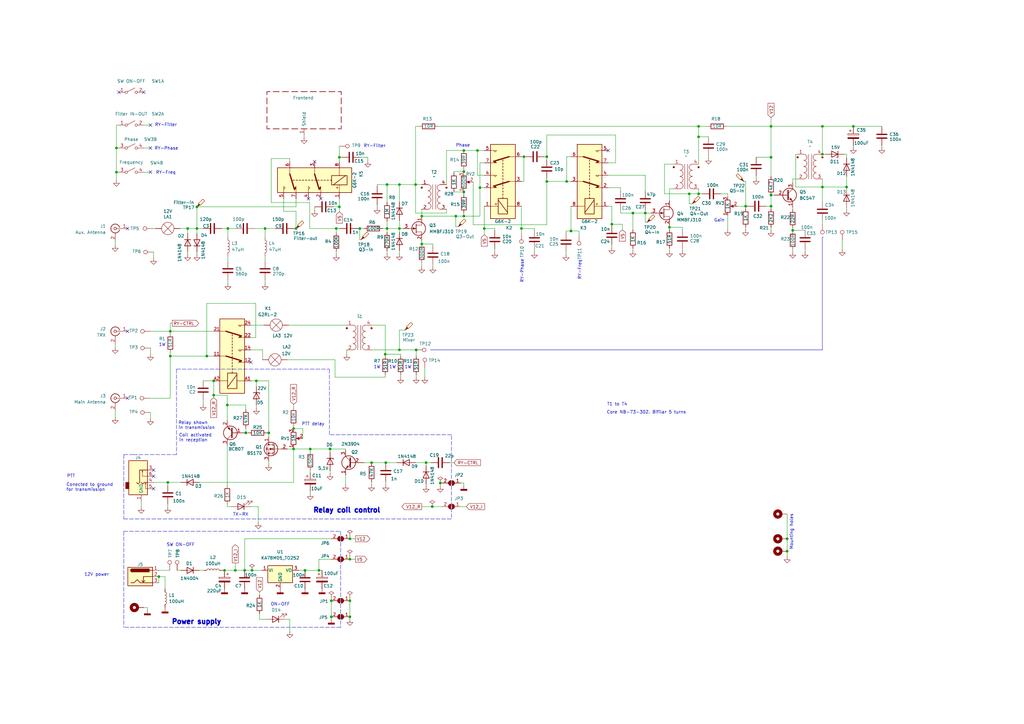
<source format=kicad_sch>
(kicad_sch (version 20231120) (generator "eeschema") (generator_version "8.0")
  (paper "A3")
  (title_block (title "HF Noise Canceller") (date "2025-04-04"))
  (junction (at 172.974 100.076))
  (junction (at 286.512 56.134))
  (junction (at 316.23 84.582))
  (junction (at 69.85 146.05))
  (junction (at 92.075 233.934))
  (junction (at 325.12 94.488))
  (junction (at 198.628 93.726))
  (junction (at 143.51 246.38))
  (junction (at 135.382 184.15))
  (junction (at 125.095 233.934))
  (junction (at 190.246 88.646))
  (junction (at 337.312 51.816))
  (junction (at 250.952 91.948))
  (junction (at 180.594 198.12))
  (junction (at 137.922 93.726))
  (junction (at 143.51 220.98))
  (junction (at 213.868 93.726))
  (junction (at 87.63 156.21))
  (junction (at 264.668 87.376))
  (junction (at 190.246 78.74))
  (junction (at 186.944 88.646))
  (junction (at 196.85 76.962))
  (junction (at 135.89 246.38))
  (junction (at 135.89 252.984))
  (junction (at 172.974 88.646))
  (junction (at 152.4 189.738))
  (junction (at 93.218 166.116))
  (junction (at 93.472 93.726))
  (junction (at 158.75 75.692))
  (junction (at 163.83 93.726))
  (junction (at 47.752 70.612))
  (junction (at 224.282 64.262))
  (junction (at 121.412 93.726))
  (junction (at 322.834 220.98))
  (junction (at 286.512 51.816))
  (junction (at 316.23 80.01))
  (junction (at 100.838 177.546))
  (junction (at 195.834 61.722))
  (junction (at 96.52 233.934))
  (junction (at 158.75 93.726))
  (junction (at 139.192 84.836))
  (junction (at 139.192 64.516))
  (junction (at 214.884 64.262))
  (junction (at 120.396 184.15))
  (junction (at 158.242 189.738))
  (junction (at 130.81 233.934))
  (junction (at 143.51 229.362))
  (junction (at 143.51 252.984))
  (junction (at 347.218 76.708))
  (junction (at 108.712 93.726))
  (junction (at 127.254 184.15))
  (junction (at 177.292 207.772))
  (junction (at 305.816 84.582))
  (junction (at 174.752 189.738))
  (junction (at 286.512 79.502))
  (junction (at 337.312 63.246))
  (junction (at 87.63 162.052))
  (junction (at 120.396 175.768))
  (junction (at 224.282 74.422))
  (junction (at 234.188 94.742))
  (junction (at 274.574 93.218))
  (junction (at 163.83 143.51))
  (junction (at 316.23 51.816))
  (junction (at 316.23 64.516))
  (junction (at 322.834 226.06))
  (junction (at 110.236 177.546))
  (junction (at 65.151 236.474))
  (junction (at 170.688 143.51))
  (junction (at 259.588 87.376))
  (junction (at 76.962 93.726))
  (junction (at 80.772 84.836))
  (junction (at 337.312 76.708))
  (junction (at 232.41 74.422))
  (junction (at 69.85 135.89))
  (junction (at 163.83 75.692))
  (junction (at 190.246 70.358))
  (junction (at 350.012 51.816))
  (junction (at 157.988 145.288))
  (junction (at 190.246 61.722))
  (junction (at 282.702 79.502))
  (junction (at 68.834 197.866))
  (junction (at 170.434 75.692))
  (junction (at 105.156 156.21))
  (junction (at 100.33 233.934))
  (junction (at 84.836 146.05))
  (junction (at 103.378 233.934))
  (junction (at 47.752 60.706))
  (junction (at 147.574 93.726))
  (junction (at 80.772 93.726))
  (no_connect (at 62.992 195.326))
  (no_connect (at 61.722 60.706))
  (no_connect (at 62.992 200.406))
  (no_connect (at 249.428 61.722))
  (no_connect (at 129.032 66.294))
  (no_connect (at 52.324 163.322))
  (no_connect (at 131.572 81.534))
  (no_connect (at 126.492 81.534))
  (no_connect (at 48.768 37.846))
  (no_connect (at 52.324 93.726))
  (no_connect (at 102.87 148.59))
  (no_connect (at 58.928 37.846))
  (no_connect (at 52.324 135.89))
  (no_connect (at 62.992 192.786))
  (no_connect (at 61.722 70.612))
  (no_connect (at 61.722 51.308))
  (wire (pts (xy 254.508 87.376) (xy 259.588 87.376)))
  (wire (pts (xy 314.198 84.582) (xy 316.23 84.582)))
  (wire (pts (xy 93.218 182.626) (xy 93.218 199.136)))
  (wire (pts (xy 105.156 166.116) (xy 105.156 167.386)))
  (wire (pts (xy 325.12 93.472) (xy 325.12 94.488)))
  (wire (pts (xy 124.714 55.372) (xy 124.714 56.388)))
  (wire (pts (xy 149.352 189.738) (xy 152.4 189.738)))
  (wire (pts (xy 62.992 103.378) (xy 62.992 105.918)))
  (wire (pts (xy 234.188 64.262) (xy 232.41 64.262)))
  (wire (pts (xy 198.628 93.726) (xy 202.946 93.726)))
  (wire (pts (xy 156.972 93.726) (xy 158.75 93.726)))
  (wire (pts (xy 107.696 143.51) (xy 102.87 143.51)))
  (wire (pts (xy 286.512 79.502) (xy 286.512 77.47)))
  (wire (pts (xy 250.952 91.948) (xy 255.27 91.948)))
  (wire (pts (xy 65.151 233.934) (xy 69.596 233.934)))
  (wire (pts (xy 259.588 101.854) (xy 259.588 102.87)))
  (wire (pts (xy 163.83 93.726) (xy 163.83 95.25)))
  (wire (pts (xy 286.512 51.816) (xy 286.512 56.134)))
  (wire (pts (xy 127.254 184.15) (xy 120.396 184.15)))
  (wire (pts (xy 170.434 87.376) (xy 183.134 87.376)))
  (wire (pts (xy 316.23 48.26) (xy 316.23 51.816)))
  (wire (pts (xy 310.134 73.152) (xy 310.134 72.136)))
  (wire (pts (xy 90.932 93.726) (xy 93.472 93.726)))
  (wire (pts (xy 143.51 219.964) (xy 143.51 220.98)))
  (wire (pts (xy 172.974 207.772) (xy 177.292 207.772)))
  (wire (pts (xy 139.192 84.836) (xy 139.192 86.868)))
  (wire (pts (xy 152.4 189.738) (xy 158.242 189.738)))
  (wire (pts (xy 188.976 198.12) (xy 190.246 198.12)))
  (wire (pts (xy 322.834 226.06) (xy 322.834 220.98)))
  (wire (pts (xy 345.44 98.552) (xy 345.44 102.362)))
  (wire (pts (xy 100.33 233.934) (xy 103.378 233.934)))
  (wire (pts (xy 108.712 93.726) (xy 108.712 97.282)))
  (wire (pts (xy 68.834 206.756) (xy 68.834 208.026)))
  (wire (pts (xy 350.012 59.69) (xy 350.012 60.452)))
  (wire (pts (xy 172.974 88.646) (xy 186.944 88.646)))
  (wire (pts (xy 198.628 84.582) (xy 198.628 93.726)))
  (wire (pts (xy 213.868 64.262) (xy 214.884 64.262)))
  (wire (pts (xy 322.834 210.82) (xy 322.834 220.98)))
  (wire (pts (xy 118.872 65.024) (xy 111.252 65.024)))
  (wire (pts (xy 198.628 66.802) (xy 196.85 66.802)))
  (wire (pts (xy 135.89 252.984) (xy 135.89 246.38)))
  (wire (pts (xy 174.752 189.738) (xy 176.784 189.738)))
  (wire (pts (xy 232.156 94.742) (xy 234.188 94.742)))
  (wire (pts (xy 194.056 74.676) (xy 194.056 92.202)))
  (wire (pts (xy 80.772 93.726) (xy 83.312 93.726)))
  (wire (pts (xy 347.218 76.708) (xy 347.218 77.47)))
  (wire (pts (xy 116.332 86.614) (xy 116.332 81.534)))
  (wire (pts (xy 69.85 135.89) (xy 87.63 135.89)))
  (wire (pts (xy 105.156 156.21) (xy 105.156 158.496)))
  (wire (pts (xy 213.868 93.726) (xy 213.868 95.758)))
  (wire (pts (xy 61.468 163.322) (xy 69.85 163.322)))
  (wire (pts (xy 305.816 84.582) (xy 305.816 85.598)))
  (wire (pts (xy 80.772 103.378) (xy 80.772 104.394)))
  (wire (pts (xy 100.838 166.116) (xy 93.218 166.116)))
  (polyline (pts (xy 337.312 143.51) (xy 337.312 97.282)))
  (wire (pts (xy 80.772 84.836) (xy 121.412 84.836)))
  (wire (pts (xy 158.75 93.726) (xy 158.75 95.25)))
  (polyline (pts (xy 337.312 97.282) (xy 337.566 97.282)))
  (wire (pts (xy 180.594 199.39) (xy 180.594 198.12)))
  (wire (pts (xy 58.928 70.612) (xy 61.722 70.612)))
  (wire (pts (xy 195.834 61.722) (xy 198.628 61.722)))
  (wire (pts (xy 337.312 73.406) (xy 337.312 76.708)))
  (wire (pts (xy 224.282 74.422) (xy 224.282 92.202)))
  (wire (pts (xy 252.476 55.372) (xy 224.282 55.372)))
  (wire (pts (xy 298.45 80.772) (xy 298.45 79.502)))
  (wire (pts (xy 157.988 145.288) (xy 164.338 145.288)))
  (wire (pts (xy 47.752 60.706) (xy 48.768 60.706)))
  (wire (pts (xy 202.946 102.108) (xy 202.946 103.378)))
  (wire (pts (xy 276.352 67.31) (xy 272.542 67.31)))
  (wire (pts (xy 67.691 249.174) (xy 67.691 249.428)))
  (wire (pts (xy 102.87 138.43) (xy 104.902 138.43)))
  (wire (pts (xy 93.218 207.772) (xy 94.996 207.772)))
  (wire (pts (xy 305.816 74.422) (xy 305.816 84.582)))
  (wire (pts (xy 163.83 75.692) (xy 158.75 75.692)))
  (wire (pts (xy 163.83 93.726) (xy 165.354 93.726)))
  (wire (pts (xy 111.252 65.024) (xy 111.252 83.058)))
  (wire (pts (xy 47.752 60.706) (xy 47.752 51.308)))
  (wire (pts (xy 93.472 104.902) (xy 93.472 107.188)))
  (wire (pts (xy 177.546 100.076) (xy 177.546 100.838)))
  (wire (pts (xy 47.752 73.914) (xy 47.752 70.612)))
  (wire (pts (xy 177.546 108.458) (xy 177.546 109.474)))
  (wire (pts (xy 69.85 135.89) (xy 69.85 136.906)))
  (wire (pts (xy 259.588 87.376) (xy 259.588 94.234)))
  (wire (pts (xy 106.426 254) (xy 109.22 254)))
  (wire (pts (xy 196.85 76.962) (xy 198.628 76.962)))
  (wire (pts (xy 223.266 64.262) (xy 224.282 64.262)))
  (wire (pts (xy 195.834 71.882) (xy 195.834 61.722)))
  (wire (pts (xy 347.218 72.39) (xy 347.218 76.708)))
  (wire (pts (xy 118.872 66.294) (xy 118.872 65.024)))
  (wire (pts (xy 232.41 64.262) (xy 232.41 74.422)))
  (polyline (pts (xy 337.312 97.282) (xy 337.566 97.282)))
  (wire (pts (xy 190.246 69.342) (xy 190.246 70.358)))
  (wire (pts (xy 361.696 52.07) (xy 361.696 51.816)))
  (wire (pts (xy 137.922 93.726) (xy 139.192 93.726)))
  (wire (pts (xy 190.246 70.358) (xy 190.246 70.866)))
  (wire (pts (xy 172.974 75.692) (xy 170.434 75.692)))
  (wire (pts (xy 326.39 63.246) (xy 326.39 76.708)))
  (wire (pts (xy 143.51 229.362) (xy 145.796 229.362)))
  (wire (pts (xy 325.12 94.488) (xy 330.2 94.488)))
  (wire (pts (xy 196.85 76.962) (xy 196.85 88.646)))
  (wire (pts (xy 135.89 245.11) (xy 135.89 246.38)))
  (wire (pts (xy 187.96 92.964) (xy 186.944 92.964)))
  (wire (pts (xy 105.918 207.772) (xy 105.918 214.376)))
  (wire (pts (xy 84.836 146.05) (xy 87.63 146.05)))
  (wire (pts (xy 104.902 138.43) (xy 104.902 124.46)))
  (wire (pts (xy 177.292 207.772) (xy 181.356 207.772)))
  (wire (pts (xy 174.752 191.008) (xy 174.752 189.738)))
  (polyline (pts (xy 139.7 217.932) (xy 139.7 257.302)) (stroke (width 0) (type dash)))
  (wire (pts (xy 124.206 179.832) (xy 124.206 175.768)))
  (wire (pts (xy 186.944 88.646) (xy 186.944 92.964)))
  (wire (pts (xy 158.242 189.738) (xy 162.814 189.738)))
  (wire (pts (xy 254.508 76.962) (xy 254.508 78.486)))
  (wire (pts (xy 330.2 102.108) (xy 330.2 103.378)))
  (wire (pts (xy 286.512 56.134) (xy 290.576 56.134)))
  (wire (pts (xy 117.856 147.574) (xy 137.414 147.574)))
  (wire (pts (xy 87.63 162.052) (xy 87.63 163.068)))
  (wire (pts (xy 170.688 143.51) (xy 170.688 146.05)))
  (wire (pts (xy 143.51 252.984) (xy 143.51 254)))
  (wire (pts (xy 93.218 166.116) (xy 93.218 162.052)))
  (wire (pts (xy 93.472 93.726) (xy 96.774 93.726)))
  (wire (pts (xy 111.252 83.058) (xy 127 83.058)))
  (wire (pts (xy 125.095 233.934) (xy 130.81 233.934)))
  (wire (pts (xy 213.868 74.422) (xy 214.884 74.422)))
  (wire (pts (xy 69.85 132.588) (xy 69.85 135.89)))
  (polyline (pts (xy 72.39 151.384) (xy 72.39 186.436)) (stroke (width 0) (type dash)))
  (wire (pts (xy 322.834 226.06) (xy 322.834 228.346)))
  (wire (pts (xy 91.186 233.934) (xy 92.075 233.934)))
  (wire (pts (xy 147.574 93.726) (xy 147.574 98.298)))
  (wire (pts (xy 183.134 75.692) (xy 183.134 61.722)))
  (wire (pts (xy 104.394 93.726) (xy 108.712 93.726)))
  (wire (pts (xy 310.134 64.516) (xy 316.23 64.516)))
  (wire (pts (xy 347.218 85.09) (xy 347.218 86.106)))
  (wire (pts (xy 143.51 220.98) (xy 145.796 220.98)))
  (wire (pts (xy 163.83 102.87) (xy 163.83 104.14)))
  (wire (pts (xy 190.246 78.74) (xy 190.246 79.756)))
  (wire (pts (xy 110.236 189.23) (xy 110.236 190.5)))
  (wire (pts (xy 234.188 94.742) (xy 237.49 94.742)))
  (wire (pts (xy 93.218 162.052) (xy 87.63 162.052)))
  (wire (pts (xy 96.52 230.886) (xy 96.52 233.934)))
  (wire (pts (xy 337.312 76.708) (xy 337.312 82.804)))
  (wire (pts (xy 198.628 93.726) (xy 198.628 96.266)))
  (wire (pts (xy 102.87 133.35) (xy 108.204 133.35)))
  (wire (pts (xy 147.574 93.726) (xy 149.352 93.726)))
  (wire (pts (xy 130.81 229.362) (xy 135.89 229.362)))
  (wire (pts (xy 298.45 88.392) (xy 298.45 94.234)))
  (wire (pts (xy 183.134 61.722) (xy 190.246 61.722)))
  (wire (pts (xy 174.244 150.876) (xy 174.244 154.686)))
  (wire (pts (xy 224.282 55.372) (xy 224.282 64.262)))
  (wire (pts (xy 325.12 73.406) (xy 327.152 73.406)))
  (wire (pts (xy 106.426 242.824) (xy 106.426 244.094)))
  (polyline (pts (xy 135.128 178.308) (xy 135.128 151.384)) (stroke (width 0) (type dash)))
  (wire (pts (xy 154.686 85.09) (xy 154.686 84.074)))
  (wire (pts (xy 127.254 201.422) (xy 127.254 202.438)))
  (wire (pts (xy 135.382 193.04) (xy 135.382 194.31)))
  (wire (pts (xy 150.876 66.04) (xy 150.876 64.516)))
  (wire (pts (xy 83.312 156.21) (xy 87.63 156.21)))
  (wire (pts (xy 130.81 233.934) (xy 132.08 233.934)))
  (wire (pts (xy 202.946 94.488) (xy 202.946 93.726)))
  (wire (pts (xy 68.834 197.866) (xy 62.992 197.866)))
  (wire (pts (xy 80.772 95.758) (xy 80.772 93.726)))
  (wire (pts (xy 179.578 51.816) (xy 286.512 51.816)))
  (wire (pts (xy 166.116 135.382) (xy 163.83 135.382)))
  (wire (pts (xy 272.542 67.31) (xy 272.542 79.502)))
  (wire (pts (xy 164.338 145.288) (xy 164.338 146.05)))
  (wire (pts (xy 47.244 140.97) (xy 47.244 142.494)))
  (wire (pts (xy 121.412 86.614) (xy 116.332 86.614)))
  (wire (pts (xy 69.85 144.526) (xy 69.85 146.05)))
  (wire (pts (xy 188.976 207.772) (xy 191.262 207.772)))
  (wire (pts (xy 120.396 174.752) (xy 120.396 175.768)))
  (polyline (pts (xy 72.39 151.384) (xy 135.128 151.384)) (stroke (width 0) (type dash)))
  (wire (pts (xy 135.89 220.98) (xy 100.33 220.98)))
  (wire (pts (xy 186.182 78.486) (xy 186.182 78.74)))
  (wire (pts (xy 84.836 124.46) (xy 84.836 146.05)))
  (polyline (pts (xy 50.8 186.436) (xy 50.8 212.852)) (stroke (width 0) (type dash)))
  (wire (pts (xy 163.83 143.51) (xy 170.688 143.51)))
  (wire (pts (xy 158.242 189.992) (xy 158.242 189.738)))
  (wire (pts (xy 67.691 236.474) (xy 67.691 241.554)))
  (wire (pts (xy 137.414 154.686) (xy 157.988 154.686)))
  (wire (pts (xy 139.192 64.516) (xy 139.192 66.294)))
  (polyline (pts (xy 185.166 212.344) (xy 185.166 178.308)) (stroke (width 0) (type dash)))
  (wire (pts (xy 68.834 199.136) (xy 68.834 197.866)))
  (wire (pts (xy 76.962 93.726) (xy 80.772 93.726)))
  (wire (pts (xy 139.192 81.534) (xy 139.192 84.836)))
  (wire (pts (xy 232.156 103.124) (xy 232.156 104.394)))
  (wire (pts (xy 164.338 153.67) (xy 164.338 154.686)))
  (wire (pts (xy 170.434 51.816) (xy 170.434 75.692)))
  (wire (pts (xy 194.056 92.202) (xy 224.282 92.202)))
  (wire (pts (xy 266.954 87.376) (xy 264.668 87.376)))
  (wire (pts (xy 286.512 79.502) (xy 288.036 79.502)))
  (wire (pts (xy 361.696 60.452) (xy 361.696 59.69)))
  (wire (pts (xy 87.63 156.21) (xy 87.63 162.052)))
  (wire (pts (xy 183.134 87.376) (xy 183.134 85.852)))
  (wire (pts (xy 100.838 177.546) (xy 101.854 177.546)))
  (wire (pts (xy 170.434 75.692) (xy 170.434 87.376)))
  (wire (pts (xy 47.752 70.612) (xy 48.768 70.612)))
  (wire (pts (xy 137.922 103.124) (xy 137.922 104.394)))
  (wire (pts (xy 196.85 66.802) (xy 196.85 76.962)))
  (wire (pts (xy 81.788 233.934) (xy 83.566 233.934)))
  (wire (pts (xy 127.254 184.15) (xy 135.382 184.15)))
  (wire (pts (xy 158.75 102.87) (xy 158.75 104.14)))
  (wire (pts (xy 170.434 189.738) (xy 174.752 189.738)))
  (wire (pts (xy 93.218 206.756) (xy 93.218 207.772)))
  (wire (pts (xy 316.23 51.816) (xy 337.312 51.816)))
  (wire (pts (xy 108.712 93.726) (xy 113.03 93.726)))
  (wire (pts (xy 47.752 70.612) (xy 47.752 60.706)))
  (wire (pts (xy 154.686 75.692) (xy 158.75 75.692)))
  (wire (pts (xy 276.352 77.47) (xy 274.574 77.47)))
  (wire (pts (xy 158.75 90.678) (xy 158.75 93.726)))
  (wire (pts (xy 147.574 98.298) (xy 148.082 98.298)))
  (polyline (pts (xy 185.166 178.308) (xy 135.128 178.308)) (stroke (width 0) (type dash)))
  (wire (pts (xy 305.054 74.422) (xy 305.816 74.422)))
  (wire (pts (xy 282.702 79.502) (xy 282.702 83.566)))
  (wire (pts (xy 158.242 197.612) (xy 158.242 198.882)))
  (wire (pts (xy 190.246 61.722) (xy 195.834 61.722)))
  (wire (pts (xy 224.282 74.422) (xy 232.41 74.422)))
  (wire (pts (xy 127 83.058) (xy 127 93.726)))
  (wire (pts (xy 316.23 80.01) (xy 317.5 80.01)))
  (wire (pts (xy 118.872 254) (xy 118.872 259.08)))
  (wire (pts (xy 255.27 91.948) (xy 255.27 94.234)))
  (wire (pts (xy 232.156 95.504) (xy 232.156 94.742)))
  (wire (pts (xy 127 93.726) (xy 137.922 93.726)))
  (wire (pts (xy 325.12 102.362) (xy 325.12 103.378)))
  (wire (pts (xy 92.075 233.934) (xy 96.52 233.934)))
  (wire (pts (xy 47.244 98.806) (xy 47.244 100.584)))
  (polyline (pts (xy 50.8 186.436) (xy 54.61 186.436)) (stroke (width 0) (type dash)))
  (wire (pts (xy 337.312 63.246) (xy 337.312 51.816)))
  (wire (pts (xy 69.85 146.05) (xy 84.836 146.05)))
  (polyline (pts (xy 72.39 186.436) (xy 54.61 186.436)) (stroke (width 0) (type dash)))
  (wire (pts (xy 65.151 236.474) (xy 65.151 239.014)))
  (wire (pts (xy 305.816 93.218) (xy 305.816 94.234)))
  (wire (pts (xy 250.952 100.33) (xy 250.952 101.6)))
  (polyline (pts (xy 176.53 143.51) (xy 337.312 143.51)))
  (wire (pts (xy 337.312 90.424) (xy 337.312 91.948)))
  (wire (pts (xy 117.856 184.15) (xy 120.396 184.15)))
  (wire (pts (xy 264.668 86.106) (xy 264.668 87.376)))
  (wire (pts (xy 47.752 51.308) (xy 48.768 51.308)))
  (wire (pts (xy 76.962 93.726) (xy 76.962 95.758)))
  (wire (pts (xy 100.838 167.894) (xy 100.838 166.116)))
  (wire (pts (xy 297.942 51.816) (xy 316.23 51.816)))
  (wire (pts (xy 325.12 74.93) (xy 325.12 73.406)))
  (wire (pts (xy 152.4 143.51) (xy 163.83 143.51)))
  (wire (pts (xy 249.428 76.962) (xy 254.508 76.962)))
  (wire (pts (xy 249.428 66.802) (xy 252.476 66.802)))
  (wire (pts (xy 158.75 93.726) (xy 163.83 93.726)))
  (wire (pts (xy 141.732 194.818) (xy 141.732 198.882)))
  (wire (pts (xy 250.952 84.582) (xy 250.952 91.948)))
  (wire (pts (xy 135.382 184.15) (xy 135.382 185.42)))
  (wire (pts (xy 127.254 192.786) (xy 127.254 193.802)))
  (wire (pts (xy 103.378 233.934) (xy 107.315 233.934)))
  (wire (pts (xy 274.574 93.218) (xy 274.574 94.234)))
  (wire (pts (xy 190.246 78.486) (xy 190.246 78.74)))
  (wire (pts (xy 274.574 92.456) (xy 274.574 93.218)))
  (wire (pts (xy 121.412 93.726) (xy 121.412 86.614)))
  (wire (pts (xy 81.788 197.866) (xy 120.396 197.866)))
  (wire (pts (xy 170.688 153.67) (xy 170.688 154.686)))
  (wire (pts (xy 143.51 228.092) (xy 143.51 229.362)))
  (wire (pts (xy 163.83 135.382) (xy 163.83 143.51)))
  (wire (pts (xy 108.712 104.902) (xy 108.712 107.188)))
  (wire (pts (xy 47.244 168.402) (xy 47.244 171.196)))
  (wire (pts (xy 346.202 63.246) (xy 347.218 63.246)))
  (wire (pts (xy 219.202 102.108) (xy 219.202 103.378)))
  (wire (pts (xy 186.182 70.358) (xy 190.246 70.358)))
  (wire (pts (xy 254.508 86.106) (xy 254.508 87.376)))
  (wire (pts (xy 265.43 91.186) (xy 264.668 91.186)))
  (wire (pts (xy 264.668 71.882) (xy 264.668 78.486)))
  (wire (pts (xy 172.974 98.806) (xy 172.974 100.076)))
  (wire (pts (xy 100.838 175.514) (xy 100.838 177.546)))
  (wire (pts (xy 250.952 92.71) (xy 250.952 91.948)))
  (wire (pts (xy 139.192 64.516) (xy 140.208 64.516)))
  (wire (pts (xy 84.836 124.46) (xy 104.902 124.46)))
  (wire (pts (xy 224.282 64.262) (xy 224.282 65.532)))
  (wire (pts (xy 274.574 101.854) (xy 274.574 102.87)))
  (wire (pts (xy 121.412 81.534) (xy 121.412 84.836)))
  (wire (pts (xy 279.908 94.234) (xy 279.908 93.218)))
  (polyline (pts (xy 139.7 257.302) (xy 50.8 257.302)) (stroke (width 0) (type dash)))
  (wire (pts (xy 70.612 132.588) (xy 69.85 132.588)))
  (wire (pts (xy 295.656 79.502) (xy 298.45 79.502)))
  (wire (pts (xy 58.928 51.308) (xy 61.722 51.308)))
  (wire (pts (xy 67.691 236.474) (xy 65.151 236.474)))
  (wire (pts (xy 272.542 79.502) (xy 282.702 79.502)))
  (wire (pts (xy 316.23 72.39) (xy 316.23 64.516)))
  (wire (pts (xy 61.722 135.89) (xy 69.85 135.89)))
  (wire (pts (xy 105.156 156.21) (xy 102.87 156.21)))
  (wire (pts (xy 286.512 56.134) (xy 286.512 67.31)))
  (wire (pts (xy 327.152 63.246) (xy 326.39 63.246)))
  (wire (pts (xy 282.702 79.502) (xy 286.512 79.502)))
  (wire (pts (xy 186.944 88.646) (xy 190.246 88.646)))
  (wire (pts (xy 110.236 177.546) (xy 110.236 179.07)))
  (wire (pts (xy 137.414 147.574) (xy 137.414 154.686)))
  (wire (pts (xy 157.988 146.05) (xy 157.988 145.288)))
  (wire (pts (xy 325.12 85.09) (xy 325.12 85.852)))
  (wire (pts (xy 337.312 63.246) (xy 338.582 63.246)))
  (wire (pts (xy 122.555 233.934) (xy 125.095 233.934)))
  (wire (pts (xy 213.868 84.582) (xy 213.868 93.726)))
  (wire (pts (xy 136.652 84.836) (xy 139.192 84.836)))
  (wire (pts (xy 214.884 64.262) (xy 215.646 64.262)))
  (wire (pts (xy 143.51 245.11) (xy 143.51 246.38)))
  (wire (pts (xy 139.192 59.944) (xy 139.192 64.516)))
  (wire (pts (xy 110.236 156.21) (xy 110.236 177.546)))
  (wire (pts (xy 325.12 94.488) (xy 325.12 94.742)))
  (wire (pts (xy 135.89 254) (xy 135.89 252.984)))
  (wire (pts (xy 163.83 75.692) (xy 163.83 82.804)))
  (wire (pts (xy 120.396 165.862) (xy 120.396 167.132)))
  (wire (pts (xy 316.23 93.218) (xy 316.23 94.488)))
  (wire (pts (xy 190.246 88.646) (xy 196.85 88.646)))
  (wire (pts (xy 120.396 184.15) (xy 120.396 197.866)))
  (wire (pts (xy 120.65 93.726) (xy 121.412 93.726)))
  (wire (pts (xy 350.012 52.07) (xy 350.012 51.816)))
  (wire (pts (xy 154.686 76.454) (xy 154.686 75.692)))
  (wire (pts (xy 259.588 87.376) (xy 264.668 87.376)))
  (wire (pts (xy 110.236 156.21) (xy 105.156 156.21)))
  (polyline (pts (xy 50.8 212.852) (xy 185.166 212.852)) (stroke (width 0) (type dash)))
  (wire (pts (xy 316.23 64.516) (xy 316.23 51.816)))
  (wire (pts (xy 80.772 84.836) (xy 80.772 93.726)))
  (wire (pts (xy 213.868 93.726) (xy 219.202 93.726)))
  (wire (pts (xy 279.908 101.854) (xy 279.908 102.87)))
  (wire (pts (xy 116.84 254) (xy 118.872 254)))
  (wire (pts (xy 72.644 233.934) (xy 74.168 233.934)))
  (wire (pts (xy 107.696 147.574) (xy 107.696 143.51)))
  (wire (pts (xy 249.428 71.882) (xy 264.668 71.882)))
  (wire (pts (xy 234.188 84.582) (xy 234.188 94.742)))
  (wire (pts (xy 190.246 88.646) (xy 190.246 87.376)))
  (wire (pts (xy 152.4 197.612) (xy 152.4 198.882)))
  (wire (pts (xy 198.628 71.882) (xy 195.834 71.882)))
  (polyline (pts (xy 50.8 217.932) (xy 139.7 217.932)) (stroke (width 0) (type dash)))
  (wire (pts (xy 316.23 80.01) (xy 316.23 84.582)))
  (wire (pts (xy 350.012 51.816) (xy 361.696 51.816)))
  (wire (pts (xy 96.52 233.934) (xy 100.33 233.934)))
  (wire (pts (xy 93.472 114.808) (xy 93.472 116.332)))
  (wire (pts (xy 146.812 93.726) (xy 147.574 93.726)))
  (wire (pts (xy 174.752 198.628) (xy 174.752 199.39)))
  (wire (pts (xy 180.594 198.12) (xy 181.356 198.12)))
  (wire (pts (xy 129.032 84.836) (xy 129.032 86.36)))
  (wire (pts (xy 224.282 73.152) (xy 224.282 74.422)))
  (wire (pts (xy 214.884 64.262) (xy 214.884 74.422)))
  (wire (pts (xy 137.922 95.504) (xy 137.922 93.726)))
  (wire (pts (xy 61.722 142.748) (xy 61.722 145.288)))
  (wire (pts (xy 143.51 246.38) (xy 143.51 252.984)))
  (wire (pts (xy 186.182 78.74) (xy 190.246 78.74)))
  (wire (pts (xy 186.182 70.866) (xy 186.182 70.358)))
  (wire (pts (xy 184.404 189.738) (xy 186.182 189.738)))
  (wire (pts (xy 152.4 133.35) (xy 157.988 133.35)))
  (wire (pts (xy 171.958 51.816) (xy 170.434 51.816)))
  (wire (pts (xy 108.712 114.808) (xy 108.712 116.332)))
  (wire (pts (xy 106.426 251.714) (xy 106.426 254)))
  (wire (pts (xy 58.928 60.706) (xy 61.722 60.706)))
  (wire (pts (xy 93.218 172.466) (xy 93.218 166.116)))
  (wire (pts (xy 118.364 133.35) (xy 142.24 133.35)))
  (wire (pts (xy 252.476 66.802) (xy 252.476 55.372)))
  (wire (pts (xy 249.428 84.582) (xy 250.952 84.582)))
  (wire (pts (xy 316.23 84.582) (xy 316.23 85.598)))
  (wire (pts (xy 130.81 229.362) (xy 130.81 233.934)))
  (wire (pts (xy 232.41 74.422) (xy 234.188 74.422)))
  (wire (pts (xy 337.312 51.816) (xy 350.012 51.816)))
  (wire (pts (xy 274.574 93.218) (xy 279.908 93.218)))
  (wire (pts (xy 172.974 85.852) (xy 172.974 88.646)))
  (wire (pts (xy 58.928 249.174) (xy 60.452 249.174)))
  (polyline (pts (xy 50.8 217.932) (xy 50.8 257.302)) (stroke (width 0) (type dash)))
  (wire (pts (xy 61.722 169.164) (xy 61.722 171.704)))
  (wire (pts (xy 237.49 94.742) (xy 237.49 96.52)))
  (wire (pts (xy 76.962 103.378) (xy 76.962 104.394)))
  (wire (pts (xy 326.39 76.708) (xy 337.312 76.708)))
  (wire (pts (xy 57.912 205.486) (xy 57.912 208.026)))
  (wire (pts (xy 83.312 163.83) (xy 83.312 165.862)))
  (wire (pts (xy 152.4 189.992) (xy 152.4 189.738)))
  (wire (pts (xy 219.202 94.488) (xy 219.202 93.726)))
  (wire (pts (xy 100.33 220.98) (xy 100.33 233.934)))
  (wire (pts (xy 141.732 184.658) (xy 141.732 184.15)))
  (wire (pts (xy 274.574 77.47) (xy 274.574 82.296)))
  (wire (pts (xy 127.254 185.166) (xy 127.254 184.15)))
  (wire (pts (xy 305.816 84.582) (xy 306.578 84.582)))
  (wire (pts (xy 190.246 199.136) (xy 190.246 198.12)))
  (wire (pts (xy 120.396 183.642) (xy 120.396 184.15)))
  (wire (pts (xy 158.75 75.692) (xy 158.75 83.058)))
  (wire (pts (xy 286.512 51.816) (xy 290.322 51.816)))
  (wire (pts (xy 163.83 90.424) (xy 163.83 93.726)))
  (wire (pts (xy 124.206 175.768) (xy 120.396 175.768)))
  (wire (pts (xy 109.474 177.546) (xy 110.236 177.546)))
  (wire (pts (xy 93.472 93.726) (xy 93.472 97.282)))
  (wire (pts (xy 120.396 175.768) (xy 120.396 176.022)))
  (wire (pts (xy 290.576 64.77) (xy 290.576 63.754)))
  (wire (pts (xy 264.668 87.376) (xy 264.668 91.186)))
  (wire (pts (xy 135.382 184.15) (xy 141.732 184.15)))
  (wire (pts (xy 69.85 163.322) (xy 69.85 146.05)))
  (wire (pts (xy 302.26 84.582) (xy 305.816 84.582)))
  (wire (pts (xy 142.24 143.51) (xy 142.24 145.288)))
  (wire (pts (xy 170.434 75.692) (xy 163.83 75.692)))
  (wire (pts (xy 150.876 64.516) (xy 147.828 64.516)))
  (wire (pts (xy 347.218 64.77) (xy 347.218 63.246)))
  (wire (pts (xy 337.312 76.708) (xy 347.218 76.708)))
  (wire (pts (xy 73.914 93.726) (xy 76.962 93.726)))
  (wire (pts (xy 68.834 197.866) (xy 74.168 197.866)))
  (wire (pts (xy 157.988 153.67) (xy 157.988 154.686)))
  (wire (pts (xy 172.974 107.696) (xy 172.974 109.474)))
  (wire (pts (xy 60.452 249.174) (xy 60.452 250.19)))
  (wire (pts (xy 62.738 93.726) (xy 63.754 93.726)))
  (wire (pts (xy 157.988 133.35) (xy 157.988 145.288)))
  (wire (pts (xy 102.616 207.772) (xy 105.918 207.772)))
  (wire (pts (xy 283.972 83.566) (xy 282.702 83.566)))
  (wire (pts (xy 172.974 100.076) (xy 177.546 100.076)))
  (text "Conected to ground \nfor transmission" (at 27.178 201.676 0) (effects (font (size 1.27 1.27)) (justify left bottom)))
  (text "Relay shown \nin transmission" (at 73.152 176.276 0) (effects (font (size 1.27 1.27)) (justify left bottom)))
  (text "PTT" (at 27.432 196.088 0) (effects (font (size 1.27 1.27)) (justify left bottom)))
  (text "Phase\n" (at 186.944 60.452 0) (effects (font (size 1.27 1.27)) (justify left bottom)))
  (text "RY-Phase" (at 73.152 61.722 0) (effects (font (size 1.27 1.27)) (justify right bottom)))
  (text "T1 to T4" (at 257.302 166.624 0) (effects (font (size 1.27 1.27)) (justify right bottom)))
  (text "TX-RX" (at 95.504 211.836 0) (effects (font (size 1.27 1.27)) (justify left bottom)))
  (text "Gain" (at 292.862 91.186 0) (effects (font (size 1.27 1.27)) (justify left bottom)))
  (text "RY-Freq" (at 72.136 71.628 0) (effects (font (size 1.27 1.27)) (justify right bottom)))
  (text "1W" (at 167.386 150.622 0) (effects (font (size 1.27 1.27))))
  (text "Power supply" (at 90.932 256.286 0) (effects (font (size 2 2) (thickness 0.508) (bold yes)) (justify right bottom)))
  (text "ON-OFF" (at 110.998 248.666 0) (effects (font (size 1.27 1.27)) (justify left bottom)))
  (text "1W" (at 161.036 150.622 0) (effects (font (size 1.27 1.27))))
  (text "RY-Phase" (at 214.884 116.078 90) (effects (font (size 1.27 1.27)) (justify left bottom)))
  (text "Mounting holes" (at 325.374 225.552 90) (effects (font (size 1.27 1.27)) (justify left bottom)))
  (text "PTT delay" (at 123.698 174.752 0) (effects (font (size 1.27 1.27)) (justify left bottom)))
  (text "SW ON-OFF" (at 68.326 224.282 0) (effects (font (size 1.27 1.27)) (justify left bottom)))
  (text "Relay coil control" (at 156.21 210.566 0) (effects (font (size 2 2) (thickness 0.508) (bold yes)) (justify right bottom)))
  (text "RY-Filter" (at 63.5 52.07 0) (effects (font (size 1.27 1.27)) (justify left bottom)))
  (text "1W" (at 154.686 150.622 0) (effects (font (size 1.27 1.27))))
  (text "RY-Filter" (at 149.098 60.706 0) (effects (font (size 1.27 1.27)) (justify left bottom)))
  (text "RY-Freq" (at 238.506 114.808 90) (effects (font (size 1.27 1.27)) (justify left bottom)))
  (text "Coil activated \nin reception" (at 73.406 181.356 0) (effects (font (size 1.27 1.27)) (justify left bottom)))
  (text "Core NB-73-302. Bifilar 5 turns" (at 281.432 169.926 0) (effects (font (size 1.27 1.27)) (justify right bottom)))
  (text "1W" (at 66.548 141.478 0) (effects (font (size 1.27 1.27))))
  (text "12V power\n" (at 34.544 236.474 0) (effects (font (size 1.27 1.27)) (justify left bottom)))
  (global_label "RY-CTRL" (shape output) (at 70.612 132.588 0) (property "Intersheetrefs" "${INTERSHEET_REFS}" (effects (hide yes))) (property "Referencias entre hojas" "${INTERSHEET_REFS}" (effects (hide yes))))
  (global_label "V5" (shape input) (at 139.192 86.868 270) (property "Intersheetrefs" "${INTERSHEET_REFS}" (effects (hide yes))) (property "Referencias entre hojas" "${INTERSHEET_REFS}" (effects (hide yes))))
  (global_label "V12" (shape input) (at 106.426 242.824 90) (property "Intersheetrefs" "${INTERSHEET_REFS}" (effects (hide yes))) (property "Referencias entre hojas" "${INTERSHEET_REFS}" (effects (hide yes))))
  (global_label "V5" (shape output) (at 145.796 229.362 0) (property "Intersheetrefs" "${INTERSHEET_REFS}" (effects (hide yes))) (property "Referencias entre hojas" "${INTERSHEET_REFS}" (effects (hide yes))))
  (global_label "RY-CTRL" (shape input) (at 186.182 189.738 0) (property "Intersheetrefs" "${INTERSHEET_REFS}" (effects (hide yes))) (property "Referencias entre hojas" "${INTERSHEET_REFS}" (effects (hide yes))))
  (global_label "V12" (shape output) (at 145.796 220.98 0) (property "Intersheetrefs" "${INTERSHEET_REFS}" (effects (hide yes))) (property "Referencias entre hojas" "${INTERSHEET_REFS}" (effects (hide yes))))
  (global_label "V5" (shape input) (at 255.27 94.234 270) (property "Intersheetrefs" "${INTERSHEET_REFS}" (effects (hide yes))) (property "Referencias entre hojas" "${INTERSHEET_REFS}" (effects (hide yes))))
  (global_label "V12_I" (shape output) (at 96.52 230.886 90) (property "Intersheetrefs" "${INTERSHEET_REFS}" (effects (hide yes))) (property "Referencias entre hojas" "${INTERSHEET_REFS}" (effects (hide yes))))
  (global_label "V12_I" (shape input) (at 191.262 207.772 0) (property "Intersheetrefs" "${INTERSHEET_REFS}" (effects (hide yes))) (property "Referencias entre hojas" "${INTERSHEET_REFS}" (effects (hide yes))))
  (global_label "V12_R" (shape input) (at 87.63 163.068 270) (property "Intersheetrefs" "${INTERSHEET_REFS}" (effects (hide yes))) (property "Referencias entre hojas" "${INTERSHEET_REFS}" (effects (hide yes))))
  (global_label "V12_R" (shape input) (at 120.396 165.862 90) (property "Intersheetrefs" "${INTERSHEET_REFS}" (effects (hide yes))) (property "Referencias entre hojas" "${INTERSHEET_REFS}" (effects (hide yes))))
  (global_label "V12" (shape input) (at 316.23 48.26 90) (property "Intersheetrefs" "${INTERSHEET_REFS}" (effects (hide yes))) (property "Referencias entre hojas" "${INTERSHEET_REFS}" (effects (hide yes))))
  (global_label "V12_R" (shape output) (at 172.974 207.772 180) (property "Intersheetrefs" "${INTERSHEET_REFS}" (effects (hide yes))) (property "Referencias entre hojas" "${INTERSHEET_REFS}" (effects (hide yes))))
  (global_label "V5" (shape input) (at 198.628 96.266 270) (property "Intersheetrefs" "${INTERSHEET_REFS}" (effects (hide yes))) (property "Referencias entre hojas" "${INTERSHEET_REFS}" (effects (hide yes))))
  (symbol (lib_id "Device:C") (at 361.696 55.88 0) (unit 1)
    (property "Reference" "C36" (at 364.744 55.118 0) (effects (justify left)))
    (property "Value" "100n" (at 364.744 57.1499 0) (effects (justify left)))
    (property "Footprint" "Capacitor_SMD:C_0805_2012Metric" (effects (hide yes)))
    (property "Description" "Unpolarized capacitor" (effects (hide yes)))
  )
  (symbol (lib_id "Device:C_Polarized") (at 92.075 237.744 0) (mirror y) (unit 1)
    (property "Reference" "C4" (at 89.535 240.284 0))
    (property "Value" "220uF" (at 87.884 242.316 0))
    (property "Footprint" "PERE:C_Elec_8x10.2" (effects (hide yes)))
  )
  (symbol (lib_id "Connector:TestPoint_Probe") (at 148.082 98.298 0) (unit 1)
    (property "Reference" "TP18" (at 146.812 100.33 0) (effects (justify left)))
    (property "Value" "Q3-in" (at 147.066 102.362 0) (effects (justify left)))
    (property "Footprint" "TestPoint:TestPoint_Pad_D1.5mm" (effects (hide yes)))
  )
  (symbol (lib_id "Device:C") (at 310.134 68.326 0) (mirror y) (unit 1)
    (property "Reference" "C31" (at 307.086 67.564 0) (effects (justify left)))
    (property "Value" "100n" (at 307.086 69.5959 0) (effects (justify left)))
    (property "Footprint" "Capacitor_SMD:C_0805_2012Metric" (effects (hide yes)))
    (property "Description" "Unpolarized capacitor" (effects (hide yes)))
  )
  (symbol (lib_id "Diode:1N4148") (at 163.83 86.614 270) (unit 1)
    (property "Reference" "D7" (at 164.592 83.566 90) (effects (justify left)))
    (property "Value" "1N4148" (at 161.29 82.804 0) (effects (justify left)))
    (property "Footprint" "Diode_SMD:D_0805_2012Metric" (effects (hide yes)))
    (property "Datasheet" "https://assets.nexperia.com/documents/data-sheet/1N4148_1N4448.pdf" (effects (hide yes)))
    (property "Description" "100V 0.15A standard switching diode, DO-35" (effects (hide yes)))
    (property "Sim.Device" "D" (effects (hide yes)))
    (property "Sim.Pins" "1=K 2=A" (effects (hide yes)))
  )
  (symbol (lib_id "power:PWR_FLAG") (at 103.378 233.934 0) (unit 1)
    (property "Reference" "#FLG01" (effects (hide yes)))
    (property "Value" "PWR_FLAG" (effects (hide yes)))
  )
  (symbol (lib_id "Connector:Conn_Coaxial") (at 47.244 163.322 0) (mirror y) (unit 1) (on_board no)
    (property "Reference" "J3" (at 43.434 162.3451 0) (effects (justify left)))
    (property "Value" "Main Antenna" (at 43.434 164.8851 0) (effects (justify left)))
    (property "Description" "coaxial connector (BNC, SMA, SMB, SMC, Cinch/RCA, LEMO, ...)" (effects (hide yes)))
  )
  (symbol (lib_id "power:GNDD") (at 132.08 241.554 0) (unit 1)
    (property "Reference" "#PWR024" (effects (hide yes)))
    (property "Value" "GNDD" (effects (hide yes)))
  )
  (symbol (lib_id "power:GND") (at 154.686 85.09 0) (unit 1)
    (property "Reference" "#PWR033" (effects (hide yes)))
    (property "Value" "GND" (effects (hide yes)))
    (property "Description" "Power symbol creates a global label with name \"GND\" , ground" (effects (hide yes)))
  )
  (symbol (lib_id "power:GND") (at 250.952 101.6 0) (mirror y) (unit 1)
    (property "Reference" "#PWR044" (effects (hide yes)))
    (property "Value" "GND" (effects (hide yes)))
    (property "Description" "Power symbol creates a global label with name \"GND\" , ground" (effects (hide yes)))
  )
  (symbol (lib_id "power:GND") (at 137.922 104.394 0) (unit 1)
    (property "Reference" "#PWR026" (effects (hide yes)))
    (property "Value" "GND" (effects (hide yes)))
    (property "Description" "Power symbol creates a global label with name \"GND\" , ground" (effects (hide yes)))
  )
  (symbol (lib_id "power:GND") (at 170.688 154.686 0) (unit 1)
    (property "Reference" "#PWR038" (effects (hide yes)))
    (property "Value" "GND" (effects (hide yes)))
    (property "Description" "Power symbol creates a global label with name \"GND\" , ground" (effects (hide yes)))
  )
  (symbol (lib_id "Connector:TestPoint") (at 174.244 150.876 0) (unit 1)
    (property "Reference" "TP14" (at 175.768 147.828 0) (effects (justify left)))
    (property "Value" "TestPoint" (effects (hide yes)))
    (property "Footprint" "PERE:MountingHole_2.2mm_M2_DIN965_Pad_TopBottom" (effects (hide yes)))
    (property "Description" "test point" (effects (hide yes)))
  )
  (symbol (lib_id "Connector:TestPoint_Probe") (at 80.772 84.836 0) (unit 1)
    (property "Reference" "TP17" (at 74.93 85.09 0) (effects (justify left)))
    (property "Value" "Filter-in" (at 71.12 83.058 0) (effects (justify left)))
    (property "Footprint" "TestPoint:TestPoint_Pad_D1.5mm" (effects (hide yes)))
  )
  (symbol (lib_id "power:GND1") (at 174.752 199.39 0) (unit 1)
    (property "Reference" "#PWR032" (effects (hide yes)))
    (property "Value" "GND1" (effects (hide yes)))
    (property "Description" "Power symbol creates a global label with name \"GND1\" , ground" (effects (hide yes)))
  )
  (symbol (lib_id "power:PWR_FLAG") (at 143.51 228.092 0) (unit 1)
    (property "Reference" "#FLG07" (effects (hide yes)))
    (property "Value" "PWR_FLAG" (effects (hide yes)))
  )
  (symbol (lib_id "Device:R") (at 106.426 247.904 180) (unit 1)
    (property "Reference" "R24" (at 102.87 248.412 0))
    (property "Value" "1K" (at 106.426 247.904 90))
    (property "Footprint" "Resistor_SMD:R_0805_2012Metric" (effects (hide yes)))
    (property "Description" "Resistor" (effects (hide yes)))
  )
  (symbol (lib_id "Diode:ZPDxx") (at 105.156 162.306 270) (unit 1)
    (property "Reference" "D5" (at 106.68 165.1 90))
    (property "Value" "22V" (at 107.442 159.258 90))
    (property "Footprint" "Diode_THT:D_DO-35_SOD27_P7.62mm_Horizontal" (effects (hide yes)))
    (property "Datasheet" "http://diotec.com/tl_files/diotec/files/pdf/datasheets/zpd1" (effects (hide yes)))
    (property "Description" "500mW Zener Diode, DO-35" (effects (hide yes)))
  )
  (symbol (lib_id "Transistor_BJT:BC807") (at 95.758 177.546 180) (unit 1)
    (property "Reference" "Q6" (at 96.774 182.118 0) (effects (justify left)))
    (property "Value" "BC807" (at 100.076 184.15 0) (effects (justify left)))
    (property "Footprint" "Package_TO_SOT_SMD:SOT-23" (effects (hide yes)))
    (property "Datasheet" "https://www.onsemi.com/pub/Collateral/BC808-D.pdf" (effects (hide yes)))
    (property "Description" "0.8A Ic, 45V Vce, PNP Transistor, SOT-23" (effects (hide yes)))
  )
  (symbol (lib_id "power:GND1") (at 180.594 199.39 0) (unit 1)
    (property "Reference" "#PWR062" (effects (hide yes)))
    (property "Value" "GND1" (effects (hide yes)))
    (property "Description" "Power symbol creates a global label with name \"GND1\" , ground" (effects (hide yes)))
  )
  (symbol (lib_id "Device:C_Polarized") (at 132.08 237.744 0) (unit 1)
    (property "Reference" "C12" (at 134.62 240.284 0))
    (property "Value" "100uF" (at 135.89 235.204 0))
    (property "Footprint" "Capacitor_SMD:C_Elec_8x10.2" (effects (hide yes)))
  )
  (symbol (lib_id "power:GND") (at 350.012 60.452 0) (mirror y) (unit 1)
    (property "Reference" "#PWR059" (effects (hide yes)))
    (property "Value" "GND" (effects (hide yes)))
    (property "Description" "Power symbol creates a global label with name \"GND\" , ground" (effects (hide yes)))
  )
  (symbol (lib_id "power:GND") (at 80.772 104.394 0) (unit 1)
    (property "Reference" "#PWR012" (effects (hide yes)))
    (property "Value" "GND" (effects (hide yes)))
    (property "Description" "Power symbol creates a global label with name \"GND\" , ground" (effects (hide yes)))
  )
  (symbol (lib_id "Device:C") (at 254.508 82.296 0) (mirror x) (unit 1)
    (property "Reference" "C26" (at 255.016 85.344 0) (effects (justify left)))
    (property "Value" "100n" (at 255.016 80.01 0) (effects (justify left)))
    (property "Footprint" "Capacitor_SMD:C_0805_2012Metric" (effects (hide yes)))
    (property "Description" "Unpolarized capacitor" (effects (hide yes)))
  )
  (symbol (lib_id "Diode:ZPDxx") (at 135.382 189.23 270) (unit 1)
    (property "Reference" "D6" (at 135.128 182.372 90))
    (property "Value" "5,1V" (at 132.588 192.024 90))
    (property "Footprint" "Diode_THT:D_DO-35_SOD27_P7.62mm_Horizontal" (effects (hide yes)))
    (property "Datasheet" "http://diotec.com/tl_files/diotec/files/pdf/datasheets/zpd1" (effects (hide yes)))
    (property "Description" "500mW Zener Diode, DO-35" (effects (hide yes)))
  )
  (symbol (lib_id "Switch:SW_DPST_x2") (at 53.848 51.308 0) (unit 1) (on_board no)
    (property "Reference" "SW2" (at 64.77 46.736 0))
    (property "Value" "Filter IN-OUT" (at 53.848 46.736 0))
    (property "Description" "Single Pole Single Throw (SPST) switch, separate symbol" (effects (hide yes)))
  )
  (symbol (lib_id "Device:R") (at 152.4 193.802 180) (unit 1)
    (property "Reference" "R5" (at 148.844 194.31 0))
    (property "Value" "47K" (at 152.4 193.802 90))
    (property "Footprint" "Resistor_SMD:R_0805_2012Metric" (effects (hide yes)))
    (property "Description" "Resistor" (effects (hide yes)))
  )
  (symbol (lib_id "Device:C") (at 224.282 69.342 0) (unit 1)
    (property "Reference" "C23" (at 225.552 66.802 0) (effects (justify left)))
    (property "Value" "10p" (at 227.33 69.342 0) (effects (justify left)))
    (property "Footprint" "Capacitor_SMD:C_0805_2012Metric" (effects (hide yes)))
    (property "Description" "Unpolarized capacitor" (effects (hide yes)))
  )
  (symbol (lib_id "power:GND1") (at 127.254 202.438 0) (unit 1)
    (property "Reference" "#PWR017" (effects (hide yes)))
    (property "Value" "GND1" (effects (hide yes)))
    (property "Description" "Power symbol creates a global label with name \"GND1\" , ground" (effects (hide yes)))
  )
  (symbol (lib_id "Diode:1N4148") (at 166.624 189.738 0) (unit 1)
    (property "Reference" "D9" (at 168.656 191.262 0) (effects (justify left)))
    (property "Value" "1N4148" (at 163.068 187.198 0) (effects (justify left)))
    (property "Footprint" "Diode_SMD:D_0805_2012Metric" (effects (hide yes)))
    (property "Datasheet" "https://assets.nexperia.com/documents/data-sheet/1N4148_1N4448.pdf" (effects (hide yes)))
    (property "Description" "100V 0.15A standard switching diode, DO-35" (effects (hide yes)))
    (property "Sim.Device" "D" (effects (hide yes)))
    (property "Sim.Pins" "1=K 2=A" (effects (hide yes)))
  )
  (symbol (lib_id "Transistor_BJT:2N3904") (at 144.272 189.738 0) (mirror y) (unit 1)
    (property "Reference" "Q2" (at 146.812 185.42 0) (effects (justify left)))
    (property "Value" "2N3904" (at 147.574 182.118 0) (effects (justify left)))
    (property "Footprint" "Package_TO_SOT_SMD:SOT-23" (effects (hide yes)))
    (property "Datasheet" "https://www.onsemi.com/pub/Collateral/2N3903-D.PDF" (effects (hide yes)))
    (property "Description" "0.2A Ic, 40V Vce, Small Signal NPN Transistor, TO-92" (effects (hide yes)))
  )
  (symbol (lib_id "Switch:SW_DPST_x2") (at 53.848 70.612 0) (unit 2) (on_board no)
    (property "Reference" "SW4" (at 64.262 66.802 0))
    (property "Value" "Frequency" (at 53.848 66.548 0))
    (property "Description" "Single Pole Single Throw (SPST) switch, separate symbol" (effects (hide yes)))
  )
  (symbol (lib_id "Device:R") (at 190.246 65.532 0) (mirror x) (unit 1)
    (property "Reference" "R14" (at 186.436 65.532 0))
    (property "Value" "39R" (at 190.246 65.532 90))
    (property "Footprint" "Resistor_SMD:R_0805_2012Metric" (effects (hide yes)))
    (property "Description" "Resistor" (effects (hide yes)))
  )
  (symbol (lib_id "power:PWR_FLAG") (at 143.51 245.11 0) (mirror y) (unit 1)
    (property "Reference" "#FLG04" (effects (hide yes)))
    (property "Value" "PWR_FLAG" (effects (hide yes)))
  )
  (symbol (lib_id "Device:R") (at 175.768 51.816 270) (mirror x) (unit 1)
    (property "Reference" "R13" (at 175.26 48.768 90))
    (property "Value" "10R" (at 175.768 51.816 90))
    (property "Footprint" "Resistor_SMD:R_0805_2012Metric" (effects (hide yes)))
    (property "Description" "Resistor" (effects (hide yes)))
  )
  (symbol (lib_id "Relay:G6K-2") (at 129.032 73.914 180) (unit 1)
    (property "Reference" "K5" (at 148.082 71.374 90))
    (property "Value" "G6K-2" (at 145.4349 73.914 90))
    (property "Footprint" "Relay_SMD:Relay_DPDT_Omron_G6K-2F-Y" (effects (hide yes)))
    (property "Datasheet" "http://omronfs.omron.com/en_US/ecb/products/pdf/en-g6k.pdf" (effects (hide yes)))
  )
  (symbol (lib_id "Device:C") (at 177.546 104.648 0) (unit 1)
    (property "Reference" "C18" (at 180.594 104.14 0) (effects (justify left)))
    (property "Value" "100n" (at 179.578 107.188 0) (effects (justify left)))
    (property "Footprint" "Capacitor_SMD:C_0805_2012Metric" (effects (hide yes)))
    (property "Description" "Unpolarized capacitor" (effects (hide yes)))
  )
  (symbol (lib_id "Device:C") (at 291.846 79.502 270) (mirror x) (unit 1)
    (property "Reference" "C30" (at 287.782 83.312 90) (effects (justify left)))
    (property "Value" "100n" (at 289.814 75.946 90) (effects (justify left)))
    (property "Footprint" "Capacitor_SMD:C_0805_2012Metric" (effects (hide yes)))
    (property "Description" "Unpolarized capacitor" (effects (hide yes)))
  )
  (symbol (lib_id "PERE_Library:MMBFJ310") (at 272.034 87.376 0) (unit 1)
    (property "Reference" "Q4" (at 277.622 87.63 0) (effects (justify left)))
    (property "Value" "MMBFJ310" (at 277.622 90.17 0) (effects (justify left)))
    (property "Footprint" "Package_TO_SOT_SMD:SOT-23" (effects (hide yes)))
    (property "Datasheet" "https://www.onsemi.com/pub/Collateral/MMBFJ113-D.PDF" (effects (hide yes)))
    (property "Description" "2mA min, 35V, 100mOhm max, 0.5-3V Vgs(off), N-Channel JFET, SOT-23" (effects (hide yes)))
  )
  (symbol (lib_id "power:GND1") (at 152.4 198.882 0) (unit 1)
    (property "Reference" "#PWR025" (effects (hide yes)))
    (property "Value" "GND1" (effects (hide yes)))
    (property "Description" "Power symbol creates a global label with name \"GND1\" , ground" (effects (hide yes)))
  )
  (symbol (lib_id "Diode:1N4148") (at 80.772 99.568 90) (unit 1)
    (property "Reference" "D4" (at 85.09 96.52 90) (effects (justify left)))
    (property "Value" "1N4148" (at 83.312 106.426 0) (effects (justify left)))
    (property "Footprint" "Diode_SMD:D_0805_2012Metric" (effects (hide yes)))
    (property "Datasheet" "https://assets.nexperia.com/documents/data-sheet/1N4148_1N4448.pdf" (effects (hide yes)))
    (property "Description" "100V 0.15A standard switching diode, DO-35" (effects (hide yes)))
    (property "Sim.Device" "D" (effects (hide yes)))
    (property "Sim.Pins" "1=K 2=A" (effects (hide yes)))
  )
  (symbol (lib_id "power:GND") (at 61.722 171.704 0) (unit 1)
    (property "Reference" "#PWR07" (effects (hide yes)))
    (property "Value" "GND" (effects (hide yes)))
    (property "Description" "Power symbol creates a global label with name \"GND\" , ground" (effects (hide yes)))
  )
  (symbol (lib_id "power:GND") (at 202.946 103.378 0) (unit 1)
    (property "Reference" "#PWR042" (effects (hide yes)))
    (property "Value" "GND" (effects (hide yes)))
    (property "Description" "Power symbol creates a global label with name \"GND\" , ground" (effects (hide yes)))
  )
  (symbol (lib_id "Connector:TestPoint") (at 337.312 91.948 180) (unit 1)
    (property "Reference" "TP13" (at 343.408 95.25 0) (effects (justify left)))
    (property "Value" "TestPoint" (effects (hide yes)))
    (property "Footprint" "PERE:MountingHole_2.2mm_M2_DIN965_Pad_TopBottom" (effects (hide yes)))
    (property "Description" "test point" (effects (hide yes)))
  )
  (symbol (lib_id "Device:C") (at 264.668 82.296 0) (mirror x) (unit 1)
    (property "Reference" "C27" (at 260.604 84.836 0) (effects (justify left)))
    (property "Value" "47p" (at 265.176 79.756 0) (effects (justify left)))
    (property "Footprint" "Capacitor_SMD:C_0805_2012Metric" (effects (hide yes)))
    (property "Description" "Unpolarized capacitor" (effects (hide yes)))
  )
  (symbol (lib_id "Device:R") (at 190.246 83.566 0) (mirror x) (unit 1)
    (property "Reference" "R15" (at 186.69 83.82 0))
    (property "Value" "39R" (at 190.246 83.566 90))
    (property "Footprint" "Resistor_SMD:R_0805_2012Metric" (effects (hide yes)))
    (property "Description" "Resistor" (effects (hide yes)))
  )
  (symbol (lib_id "Connector:TestPoint") (at 213.868 95.758 0) (mirror x) (unit 1)
    (property "Reference" "TP10" (at 214.122 100.838 90) (effects (justify left)))
    (property "Value" "TestPoint" (effects (hide yes)))
    (property "Footprint" "PERE:MountingHole_2.2mm_M2_DIN965_Pad_TopBottom" (effects (hide yes)))
    (property "Description" "test point" (effects (hide yes)))
  )
  (symbol (lib_id "Device:RFShield_OnePiece") (at 124.714 45.212 0) (unit 1)
    (property "Reference" "J6" (effects (hide yes)))
    (property "Value" "Frontend" (at 120.142 40.132 0) (effects (justify left)))
    (property "Footprint" "PERE:Shielding 20x25" (effects (hide yes)))
  )
  (symbol (lib_id "Diode:1N4148") (at 347.218 68.58 270) (unit 1)
    (property "Reference" "D12" (at 343.154 71.12 90) (effects (justify left)))
    (property "Value" "1N4148" (at 349.758 64.77 0) (effects (justify left)))
    (property "Footprint" "Diode_SMD:D_0805_2012Metric" (effects (hide yes)))
    (property "Datasheet" "https://assets.nexperia.com/documents/data-sheet/1N4148_1N4448.pdf" (effects (hide yes)))
    (property "Description" "100V 0.15A standard switching diode, DO-35" (effects (hide yes)))
    (property "Sim.Device" "D" (effects (hide yes)))
    (property "Sim.Pins" "1=K 2=A" (effects (hide yes)))
  )
  (symbol (lib_id "power:GND") (at 298.45 94.234 0) (unit 1)
    (property "Reference" "#PWR051" (effects (hide yes)))
    (property "Value" "GND" (effects (hide yes)))
    (property "Description" "Power symbol creates a global label with name \"GND\" , ground" (effects (hide yes)))
  )
  (symbol (lib_name "Transformer_1P_1S_2") (lib_id "Device:Transformer_1P_1S") (at 332.232 68.326 0) (unit 1)
    (property "Reference" "T4" (at 332.232 58.166 0))
    (property "Value" "~" (at 332.232 59.944 0))
    (property "Footprint" "PERE:BN-73-202" (effects (hide yes)))
    (property "Description" "Transformer, single primary, single secondary" (effects (hide yes)))
  )
  (symbol (lib_id "Device:R") (at 105.664 177.546 270) (mirror x) (unit 1)
    (property "Reference" "R25" (at 105.664 175.26 90))
    (property "Value" "10K" (at 105.664 177.546 90))
    (property "Footprint" "Resistor_SMD:R_0805_2012Metric" (effects (hide yes)))
    (property "Description" "Resistor" (effects (hide yes)))
  )
  (symbol (lib_id "Device:C") (at 93.472 110.998 0) (unit 1)
    (property "Reference" "C5" (at 96.52 110.236 0) (effects (justify left)))
    (property "Value" "560p" (at 96.52 112.2679 0) (effects (justify left)))
    (property "Footprint" "Capacitor_SMD:C_0805_2012Metric" (effects (hide yes)))
    (property "Description" "Unpolarized capacitor" (effects (hide yes)))
  )
  (symbol (lib_id "Jumper:SolderJumper_2_Open") (at 139.7 252.984 0) (mirror y) (unit 1)
    (property "Reference" "JP5" (at 132.588 253.238 0))
    (property "Value" "SolderJumper_2_Open" (effects (hide yes)))
    (property "Footprint" "Jumper:SolderJumper-2_P1.3mm_Open_RoundedPad1.0x1.5mm" (effects (hide yes)))
  )
  (symbol (lib_id "Device:R_Potentiometer") (at 298.45 84.582 0) (mirror x) (unit 1)
    (property "Reference" "RV3" (at 297.18 83.312 0) (effects (justify right)))
    (property "Value" "1K" (at 298.45 85.852 90) (effects (justify right)))
    (property "Footprint" "PERE:Potentiometer_Alps_RK163_Single_Horizontal" (effects (hide yes)))
    (property "Description" "Potentiometer" (effects (hide yes)))
  )
  (symbol (lib_id "power:GND") (at 322.834 228.346 0) (unit 1)
    (property "Reference" "#PWR055" (effects (hide yes)))
    (property "Value" "GND" (effects (hide yes)))
    (property "Description" "Power symbol creates a global label with name \"GND\" , ground" (effects (hide yes)))
  )
  (symbol (lib_id "power:GND") (at 62.992 105.918 0) (unit 1)
    (property "Reference" "#PWR08" (effects (hide yes)))
    (property "Value" "GND" (effects (hide yes)))
    (property "Description" "Power symbol creates a global label with name \"GND\" , ground" (effects (hide yes)))
  )
  (symbol (lib_id "Device:Lamp") (at 112.776 147.574 90) (unit 1)
    (property "Reference" "LA2" (at 117.602 142.24 90))
    (property "Value" "12V" (at 117.348 145.034 90))
    (property "Footprint" "LED_THT:LED_D3.0mm_FlatTop" (effects (hide yes)))
    (property "Description" "Lamp" (effects (hide yes)))
  )
  (symbol (lib_id "power:GND") (at 47.244 142.494 0) (unit 1) (on_board no)
    (property "Reference" "#PWR02" (effects (hide yes)))
    (property "Value" "GND" (effects (hide yes)))
    (property "Description" "Power symbol creates a global label with name \"GND\" , ground" (effects (hide yes)))
  )
  (symbol (lib_id "Diode:1N4148") (at 77.978 197.866 0) (unit 1)
    (property "Reference" "D3" (at 80.01 199.39 0) (effects (justify left)))
    (property "Value" "1N4148" (at 74.422 195.326 0) (effects (justify left)))
    (property "Footprint" "Diode_SMD:D_0805_2012Metric" (effects (hide yes)))
    (property "Datasheet" "https://assets.nexperia.com/documents/data-sheet/1N4148_1N4448.pdf" (effects (hide yes)))
    (property "Description" "100V 0.15A standard switching diode, DO-35" (effects (hide yes)))
    (property "Sim.Device" "D" (effects (hide yes)))
    (property "Sim.Pins" "1=K 2=A" (effects (hide yes)))
  )
  (symbol (lib_id "Device:C") (at 337.312 86.614 0) (unit 1)
    (property "Reference" "C34" (at 338.328 84.074 0) (effects (justify left)))
    (property "Value" "100n" (at 338.074 89.408 0) (effects (justify left)))
    (property "Footprint" "Capacitor_SMD:C_0805_2012Metric" (effects (hide yes)))
    (property "Description" "Unpolarized capacitor" (effects (hide yes)))
  )
  (symbol (lib_id "power:PWR_FLAG") (at 143.51 219.964 0) (unit 1)
    (property "Reference" "#FLG02" (effects (hide yes)))
    (property "Value" "PWR_FLAG" (effects (hide yes)))
  )
  (symbol (lib_id "Device:C") (at 87.122 93.726 90) (unit 1)
    (property "Reference" "C3" (at 85.852 92.71 90) (effects (justify left)))
    (property "Value" "120p" (at 86.868 89.916 90) (effects (justify left)))
    (property "Footprint" "Capacitor_SMD:C_0805_2012Metric" (effects (hide yes)))
    (property "Description" "Unpolarized capacitor" (effects (hide yes)))
  )
  (symbol (lib_id "PERE_Library:AudioJack4_PERE") (at 57.912 192.786 0) (unit 1)
    (property "Reference" "J4" (at 56.642 187.706 0))
    (property "Value" "AudioJack4_PERE" (effects (hide yes)))
    (property "Footprint" "PERE:AUDIO-JACK4" (effects (hide yes)))
  )
  (symbol (lib_id "Device:R") (at 294.132 51.816 270) (mirror x) (unit 1)
    (property "Reference" "R18" (at 293.624 48.768 90))
    (property "Value" "10R" (at 294.132 51.816 90))
    (property "Footprint" "Resistor_SMD:R_0805_2012Metric" (effects (hide yes)))
    (property "Description" "Resistor" (effects (hide yes)))
  )
  (symbol (lib_id "Connector:TestPoint") (at 72.644 233.934 0) (unit 1)
    (property "Reference" "TP8" (at 72.898 228.854 90) (effects (justify left)))
    (property "Value" "TestPoint" (effects (hide yes)))
    (property "Footprint" "PERE:MountingHole_2.2mm_M2_DIN965_Pad_TopBottom" (effects (hide yes)))
    (property "Description" "test point" (effects (hide yes)))
  )
  (symbol (lib_id "Connector:TestPoint") (at 61.722 142.748 90) (unit 1)
    (property "Reference" "TP3" (at 56.642 142.494 90) (effects (justify left)))
    (property "Value" "TestPoint" (effects (hide yes)))
    (property "Footprint" "PERE:MountingHole_2.2mm_M2_DIN965_Pad_TopBottom" (effects (hide yes)))
    (property "Description" "test point" (effects (hide yes)))
  )
  (symbol (lib_id "Connector:Conn_Coaxial") (at 47.244 93.726 0) (mirror y) (unit 1) (on_board no)
    (property "Reference" "J1" (at 43.434 92.7491 0) (effects (justify left)))
    (property "Value" "Aux. Antenna" (at 43.434 95.2891 0) (effects (justify left)))
    (property "Description" "coaxial connector (BNC, SMA, SMB, SMC, Cinch/RCA, LEMO, ...)" (effects (hide yes)))
  )
  (symbol (lib_id "Connector:TestPoint") (at 237.49 96.52 0) (mirror x) (unit 1)
    (property "Reference" "TP11" (at 237.744 101.6 90) (effects (justify left)))
    (property "Value" "TestPoint" (effects (hide yes)))
    (property "Footprint" "PERE:MountingHole_2.2mm_M2_DIN965_Pad_TopBottom" (effects (hide yes)))
    (property "Description" "test point" (effects (hide yes)))
  )
  (symbol (lib_id "power:GND") (at 164.338 154.686 0) (unit 1)
    (property "Reference" "#PWR037" (effects (hide yes)))
    (property "Value" "GND" (effects (hide yes)))
    (property "Description" "Power symbol creates a global label with name \"GND\" , ground" (effects (hide yes)))
  )
  (symbol (lib_id "Connector:TestPoint") (at 62.738 93.726 90) (unit 1)
    (property "Reference" "TP5" (at 57.15 93.726 90) (effects (justify left)))
    (property "Value" "TestPoint" (effects (hide yes)))
    (property "Footprint" "PERE:MountingHole_2.2mm_M2_DIN965_Pad_TopBottom" (effects (hide yes)))
    (property "Description" "test point" (effects (hide yes)))
  )
  (symbol (lib_id "power:GND") (at 124.714 56.388 0) (unit 1)
    (property "Reference" "#PWR049" (effects (hide yes)))
    (property "Value" "GND" (effects (hide yes)))
    (property "Description" "Power symbol creates a global label with name \"GND\" , ground" (effects (hide yes)))
  )
  (symbol (lib_id "Diode:1N4148") (at 163.83 99.06 270) (unit 1)
    (property "Reference" "D8" (at 164.592 96.012 90) (effects (justify left)))
    (property "Value" "1N4148" (at 161.29 95.25 0) (effects (justify left)))
    (property "Footprint" "Diode_SMD:D_0805_2012Metric" (effects (hide yes)))
    (property "Datasheet" "https://assets.nexperia.com/documents/data-sheet/1N4148_1N4448.pdf" (effects (hide yes)))
    (property "Description" "100V 0.15A standard switching diode, DO-35" (effects (hide yes)))
    (property "Sim.Device" "D" (effects (hide yes)))
    (property "Sim.Pins" "1=K 2=A" (effects (hide yes)))
  )
  (symbol (lib_id "Device:R") (at 158.75 99.06 0) (mirror x) (unit 1)
    (property "Reference" "R9" (at 155.956 97.282 0))
    (property "Value" "270K" (at 158.75 99.06 90))
    (property "Footprint" "Resistor_SMD:R_0805_2012Metric" (effects (hide yes)))
    (property "Description" "Resistor" (effects (hide yes)))
  )
  (symbol (lib_id "Connector:Barrel_Jack_Switch_Pin3Ring") (at 57.531 236.474 0) (unit 1)
    (property "Reference" "J5" (at 57.531 231.5012 0))
    (property "Value" "Barrel_Jack_Switch_Pin3Ring" (effects (hide yes)))
    (property "Footprint" "PERE:BarrelJack_GCT_DCJ200-10-A_Horizontal" (effects (hide yes)))
  )
  (symbol (lib_id "Device:Lamp") (at 113.284 133.35 90) (unit 1)
    (property "Reference" "LA3" (at 113.538 137.668 90))
    (property "Value" "12V" (at 118.11 137.668 90))
    (property "Footprint" "LED_THT:LED_D3.0mm_FlatTop" (effects (hide yes)))
    (property "Description" "Lamp" (effects (hide yes)))
  )
  (symbol (lib_id "Device:C") (at 132.842 84.836 270) (mirror x) (unit 1)
    (property "Reference" "C13" (at 134.112 86.36 90) (effects (justify left)))
    (property "Value" "10n" (at 134.62 83.312 90) (effects (justify left)))
    (property "Footprint" "Capacitor_SMD:C_0805_2012Metric" (effects (hide yes)))
    (property "Description" "Unpolarized capacitor" (effects (hide yes)))
  )
  (symbol (lib_id "Jumper:SolderJumper_2_Open") (at 139.7 246.38 0) (mirror y) (unit 1)
    (property "Reference" "JP1" (at 132.842 246.634 0))
    (property "Value" "SolderJumper_2_Open" (effects (hide yes)))
    (property "Footprint" "Jumper:SolderJumper-2_P1.3mm_Open_RoundedPad1.0x1.5mm" (effects (hide yes)))
  )
  (symbol (lib_id "Device:C") (at 125.095 237.744 180) (unit 1)
    (property "Reference" "C10" (at 122.555 240.284 0))
    (property "Value" "100n" (at 122.555 235.839 0))
    (property "Footprint" "Capacitor_SMD:C_0805_2012Metric" (effects (hide yes)))
  )
  (symbol (lib_id "Diode:1N4148") (at 174.752 194.818 270) (unit 1)
    (property "Reference" "D10" (at 169.926 197.358 90) (effects (justify left)))
    (property "Value" "1N4148" (at 177.292 191.262 0) (effects (justify left)))
    (property "Footprint" "Diode_SMD:D_0805_2012Metric" (effects (hide yes)))
    (property "Datasheet" "https://assets.nexperia.com/documents/data-sheet/1N4148_1N4448.pdf" (effects (hide yes)))
    (property "Description" "100V 0.15A standard switching diode, DO-35" (effects (hide yes)))
    (property "Sim.Device" "D" (effects (hide yes)))
    (property "Sim.Pins" "1=K 2=A" (effects (hide yes)))
  )
  (symbol (lib_id "Device:C_Polarized") (at 127.254 197.612 0) (unit 1)
    (property "Reference" "C11" (at 128.016 195.072 0) (effects (justify left)))
    (property "Value" "10uF" (at 127.508 200.406 0) (effects (justify left)))
    (property "Footprint" "Capacitor_SMD:CP_Elec_5x5.4" (effects (hide yes)))
    (property "Description" "Polarized capacitor" (effects (hide yes)))
  )
  (symbol (lib_id "Device:C") (at 100.584 93.726 90) (unit 1)
    (property "Reference" "C6" (at 99.314 92.71 90) (effects (justify left)))
    (property "Value" "100p" (at 100.33 89.916 90) (effects (justify left)))
    (property "Footprint" "Capacitor_SMD:C_0805_2012Metric" (effects (hide yes)))
    (property "Description" "Unpolarized capacitor" (effects (hide yes)))
  )
  (symbol (lib_id "Connector:TestPoint") (at 345.44 98.552 0) (unit 1)
    (property "Reference" "TP15" (at 346.964 95.25 0) (effects (justify left)))
    (property "Value" "TestPoint" (effects (hide yes)))
    (property "Footprint" "PERE:MountingHole_2.2mm_M2_DIN965_Pad_TopBottom" (effects (hide yes)))
    (property "Description" "test point" (effects (hide yes)))
  )
  (symbol (lib_id "power:GND1") (at 68.834 208.026 0) (unit 1)
    (property "Reference" "#PWR010" (effects (hide yes)))
    (property "Value" "GND1" (effects (hide yes)))
    (property "Description" "Power symbol creates a global label with name \"GND1\" , ground" (effects (hide yes)))
  )
  (symbol (lib_id "power:PWR_FLAG") (at 135.89 245.11 0) (unit 1)
    (property "Reference" "#FLG03" (effects (hide yes)))
    (property "Value" "PWR_FLAG" (effects (hide yes)))
  )
  (symbol (lib_id "Connector:TestPoint") (at 170.688 143.51 270) (unit 1)
    (property "Reference" "TP12" (at 171.958 140.97 90) (effects (justify left)))
    (property "Value" "TestPoint" (effects (hide yes)))
    (property "Footprint" "PERE:MountingHole_2.2mm_M2_DIN965_Pad_TopBottom" (effects (hide yes)))
    (property "Description" "test point" (effects (hide yes)))
  )
  (symbol (lib_id "Mechanical:MountingHole_Pad") (at 56.388 249.174 90) (unit 1)
    (property "Reference" "H2" (effects (hide yes)))
    (property "Value" "MountingHole_Pad" (effects (hide yes)))
    (property "Footprint" "MountingHole:MountingHole_3.2mm_M3_Pad_TopBottom" (effects (hide yes)))
  )
  (symbol (lib_id "Device:R") (at 93.218 202.946 180) (unit 1)
    (property "Reference" "R26" (at 89.662 203.454 0))
    (property "Value" "1K" (at 93.218 202.946 90))
    (property "Footprint" "Resistor_SMD:R_0805_2012Metric" (effects (hide yes)))
    (property "Description" "Resistor" (effects (hide yes)))
  )
  (symbol (lib_id "Device:R") (at 157.988 149.86 0) (mirror x) (unit 1)
    (property "Reference" "R7" (at 154.686 148.082 0))
    (property "Value" "51R" (at 157.988 149.86 90))
    (property "Footprint" "Resistor_SMD:R_2512_6332Metric" (effects (hide yes)))
    (property "Description" "Resistor" (effects (hide yes)))
  )
  (symbol (lib_id "Jumper:SolderJumper_2_Open") (at 185.166 207.772 0) (mirror y) (unit 1)
    (property "Reference" "JP3" (at 188.214 204.47 0))
    (property "Value" "SolderJumper_2_Open" (effects (hide yes)))
    (property "Footprint" "Jumper:SolderJumper-2_P1.3mm_Open_RoundedPad1.0x1.5mm" (effects (hide yes)))
  )
  (symbol (lib_id "Diode:1N4004") (at 77.978 233.934 180) (unit 1)
    (property "Reference" "D1" (at 78.994 231.14 0) (effects (justify left)))
    (property "Value" "1N4004" (at 81.534 237.236 0) (effects (justify left)))
    (property "Footprint" "Diode_THT:D_5W_P5.08mm_Vertical_KathodeUp" (effects (hide yes)))
    (property "Datasheet" "http://www.vishay.com/docs/88503/1n4001.pdf" (effects (hide yes)))
    (property "Description" "400V 1A General Purpose Rectifier Diode, DO-41" (effects (hide yes)))
    (property "Sim.Device" "D" (effects (hide yes)))
    (property "Sim.Pins" "1=K 2=A" (effects (hide yes)))
  )
  (symbol (lib_id "power:GNDD") (at 125.095 241.554 0) (unit 1)
    (property "Reference" "#PWR021" (effects (hide yes)))
    (property "Value" "GNDD" (effects (hide yes)))
  )
  (symbol (lib_id "Device:R") (at 170.688 149.86 0) (mirror x) (unit 1)
    (property "Reference" "R11" (at 167.386 148.082 0))
    (property "Value" "51R" (at 170.688 149.86 90))
    (property "Footprint" "Resistor_SMD:R_2512_6332Metric" (effects (hide yes)))
    (property "Description" "Resistor" (effects (hide yes)))
  )
  (symbol (lib_id "power:GND") (at 347.218 86.106 0) (mirror y) (unit 1)
    (property "Reference" "#PWR058" (effects (hide yes)))
    (property "Value" "GND" (effects (hide yes)))
    (property "Description" "Power symbol creates a global label with name \"GND\" , ground" (effects (hide yes)))
  )
  (symbol (lib_id "power:GNDD") (at 190.246 199.136 0) (mirror y) (unit 1)
    (property "Reference" "#PWR061" (effects (hide yes)))
    (property "Value" "GNDD" (effects (hide yes)))
  )
  (symbol (lib_id "power:GND") (at 93.472 116.332 0) (unit 1)
    (property "Reference" "#PWR015" (effects (hide yes)))
    (property "Value" "GND" (effects (hide yes)))
    (property "Description" "Power symbol creates a global label with name \"GND\" , ground" (effects (hide yes)))
  )
  (symbol (lib_id "Connector:TestPoint") (at 69.596 233.934 0) (unit 1)
    (property "Reference" "TP7" (at 69.85 228.854 90) (effects (justify left)))
    (property "Value" "TestPoint" (effects (hide yes)))
    (property "Footprint" "PERE:MountingHole_2.2mm_M2_DIN965_Pad_TopBottom" (effects (hide yes)))
    (property "Description" "test point" (effects (hide yes)))
  )
  (symbol (lib_id "power:PWR_FLAG") (at 180.594 198.12 0) (unit 1)
    (property "Reference" "#FLG06" (effects (hide yes)))
    (property "Value" "PWR_FLAG" (effects (hide yes)))
  )
  (symbol (lib_id "power:GND") (at 279.908 102.87 0) (unit 1)
    (property "Reference" "#PWR048" (effects (hide yes)))
    (property "Value" "GND" (effects (hide yes)))
    (property "Description" "Power symbol creates a global label with name \"GND\" , ground" (effects (hide yes)))
  )
  (symbol (lib_id "Device:LED") (at 113.03 254 180) (unit 1)
    (property "Reference" "D14" (at 113.284 250.19 0))
    (property "Value" "LED" (effects (hide yes)))
    (property "Footprint" "LED_THT:LED_D3.0mm_Horizontal_O1.27mm_Z10.0mm" (effects (hide yes)))
    (property "Description" "Light emitting diode" (effects (hide yes)))
  )
  (symbol (lib_id "power:GND") (at 142.24 145.288 0) (unit 1)
    (property "Reference" "#PWR028" (effects (hide yes)))
    (property "Value" "GND" (effects (hide yes)))
    (property "Description" "Power symbol creates a global label with name \"GND\" , ground" (effects (hide yes)))
  )
  (symbol (lib_id "power:GND") (at 47.752 73.914 0) (unit 1) (on_board no)
    (property "Reference" "#PWR04" (effects (hide yes)))
    (property "Value" "GND" (effects (hide yes)))
    (property "Description" "Power symbol creates a global label with name \"GND\" , ground" (effects (hide yes)))
  )
  (symbol (lib_id "Device:R_Potentiometer") (at 190.246 74.676 0) (mirror x) (unit 1)
    (property "Reference" "RV2" (at 194.818 71.374 0) (effects (justify right)))
    (property "Value" "500R" (at 190.246 77.216 90) (effects (justify right)))
    (property "Footprint" "PERE:Potentiometer_Alps_RK163_Single_Horizontal" (effects (hide yes)))
    (property "Description" "Potentiometer" (effects (hide yes)))
  )
  (symbol (lib_id "power:GND") (at 163.83 104.14 0) (unit 1)
    (property "Reference" "#PWR036" (effects (hide yes)))
    (property "Value" "GND" (effects (hide yes)))
    (property "Description" "Power symbol creates a global label with name \"GND\" , ground" (effects (hide yes)))
  )
  (symbol (lib_id "Device:C") (at 68.834 202.946 0) (unit 1)
    (property "Reference" "C1" (at 71.882 202.438 0) (effects (justify left)))
    (property "Value" "100n" (at 70.866 205.486 0) (effects (justify left)))
    (property "Footprint" "Capacitor_SMD:C_0805_2012Metric" (effects (hide yes)))
    (property "Description" "Unpolarized capacitor" (effects (hide yes)))
  )
  (symbol (lib_id "power:GND") (at 118.872 259.08 0) (unit 1)
    (property "Reference" "#PWR063" (effects (hide yes)))
    (property "Value" "GND" (effects (hide yes)))
    (property "Description" "Power symbol creates a global label with name \"GND\" , ground" (effects (hide yes)))
  )
  (symbol (lib_id "Mechanical:MountingHole_Pad") (at 320.294 210.82 90) (unit 1)
    (property "Reference" "H1" (effects (hide yes)))
    (property "Value" "MountingHole_Pad" (effects (hide yes)))
    (property "Footprint" "MountingHole:MountingHole_3.2mm_M3_Pad_TopBottom" (effects (hide yes)))
  )
  (symbol (lib_id "Connector:TestPoint") (at 61.722 135.89 90) (unit 1)
    (property "Reference" "TP2" (at 56.642 135.636 90) (effects (justify left)))
    (property "Value" "TestPoint" (effects (hide yes)))
    (property "Footprint" "PERE:MountingHole_2.2mm_M2_DIN965_Pad_TopBottom" (effects (hide yes)))
    (property "Description" "test point" (effects (hide yes)))
  )
  (symbol (lib_id "Mechanical:MountingHole_Pad") (at 320.294 226.06 90) (unit 1)
    (property "Reference" "H4" (effects (hide yes)))
    (property "Value" "MountingHole_Pad" (effects (hide yes)))
    (property "Footprint" "MountingHole:MountingHole_3.2mm_M3_Pad_TopBottom" (effects (hide yes)))
  )
  (symbol (lib_id "power:GND") (at 290.576 64.77 0) (mirror y) (unit 1)
    (property "Reference" "#PWR050" (effects (hide yes)))
    (property "Value" "GND" (effects (hide yes)))
    (property "Description" "Power symbol creates a global label with name \"GND\" , ground" (effects (hide yes)))
  )
  (symbol (lib_id "Diode:ZPDxx") (at 342.392 63.246 180) (unit 1)
    (property "Reference" "D11" (at 342.392 66.294 0))
    (property "Value" "15V" (at 342.646 60.452 0))
    (property "Footprint" "Diode_THT:D_DO-35_SOD27_P7.62mm_Horizontal" (effects (hide yes)))
    (property "Datasheet" "http://diotec.com/tl_files/diotec/files/pdf/datasheets/zpd1" (effects (hide yes)))
    (property "Description" "500mW Zener Diode, DO-35" (effects (hide yes)))
  )
  (symbol (lib_id "Mechanical:MountingHole_Pad") (at 320.294 220.98 90) (unit 1)
    (property "Reference" "H3" (effects (hide yes)))
    (property "Value" "MountingHole_Pad" (effects (hide yes)))
    (property "Footprint" "MountingHole:MountingHole_3.2mm_M3_Pad_TopBottom" (effects (hide yes)))
  )
  (symbol (lib_id "Device:C") (at 143.002 93.726 90) (unit 1)
    (property "Reference" "C14" (at 144.78 90.17 90) (effects (justify left)))
    (property "Value" "1n" (at 147.066 95.25 90) (effects (justify left)))
    (property "Footprint" "Capacitor_SMD:C_0805_2012Metric" (effects (hide yes)))
    (property "Description" "Unpolarized capacitor" (effects (hide yes)))
  )
  (symbol (lib_id "power:GND") (at 61.722 145.288 0) (unit 1)
    (property "Reference" "#PWR06" (effects (hide yes)))
    (property "Value" "GND" (effects (hide yes)))
    (property "Description" "Power symbol creates a global label with name \"GND\" , ground" (effects (hide yes)))
  )
  (symbol (lib_id "power:GND") (at 232.156 104.394 0) (mirror y) (unit 1)
    (property "Reference" "#PWR045" (effects (hide yes)))
    (property "Value" "GND" (effects (hide yes)))
    (property "Description" "Power symbol creates a global label with name \"GND\" , ground" (effects (hide yes)))
  )
  (symbol (lib_id "Jumper:SolderJumper_2_Open") (at 139.7 229.362 0) (mirror y) (unit 1)
    (property "Reference" "JP4" (at 133.35 228.092 0))
    (property "Value" "SolderJumper_2_Open" (effects (hide yes)))
    (property "Footprint" "Jumper:SolderJumper-2_P1.3mm_Open_RoundedPad1.0x1.5mm" (effects (hide yes)))
  )
  (symbol (lib_id "power:GND1") (at 105.156 167.386 0) (unit 1)
    (property "Reference" "#PWR034" (effects (hide yes)))
    (property "Value" "GND1" (effects (hide yes)))
    (property "Description" "Power symbol creates a global label with name \"GND1\" , ground" (effects (hide yes)))
  )
  (symbol (lib_id "power:GNDD") (at 60.452 250.19 0) (unit 1)
    (property "Reference" "#PWR065" (effects (hide yes)))
    (property "Value" "GNDD" (effects (hide yes)))
  )
  (symbol (lib_id "Diode:1N4148") (at 76.962 99.568 270) (unit 1)
    (property "Reference" "D2" (at 72.898 96.774 90) (effects (justify left)))
    (property "Value" "1N4148" (at 73.66 99.822 0) (effects (justify left)))
    (property "Footprint" "Diode_SMD:D_0805_2012Metric" (effects (hide yes)))
    (property "Datasheet" "https://assets.nexperia.com/documents/data-sheet/1N4148_1N4448.pdf" (effects (hide yes)))
    (property "Description" "100V 0.15A standard switching diode, DO-35" (effects (hide yes)))
    (property "Sim.Device" "D" (effects (hide yes)))
    (property "Sim.Pins" "1=K 2=A" (effects (hide yes)))
  )
  (symbol (lib_id "Jumper:SolderJumper_2_Open") (at 139.7 220.98 0) (mirror y) (unit 1)
    (property "Reference" "JP6" (at 133.35 222.758 0))
    (property "Value" "SolderJumper_2_Open" (effects (hide yes)))
    (property "Footprint" "Jumper:SolderJumper-2_P1.3mm_Open_RoundedPad1.0x1.5mm" (effects (hide yes)))
  )
  (symbol (lib_id "power:GNDD") (at 92.075 241.554 0) (unit 1)
    (property "Reference" "#PWR014" (effects (hide yes)))
    (property "Value" "GNDD" (effects (hide yes)))
  )
  (symbol (lib_id "Device:R") (at 259.588 98.044 0) (mirror x) (unit 1)
    (property "Reference" "R16" (at 263.144 99.568 0))
    (property "Value" "1K" (at 259.588 98.044 90))
    (property "Footprint" "Resistor_SMD:R_0805_2012Metric" (effects (hide yes)))
    (property "Description" "Resistor" (effects (hide yes)))
  )
  (symbol (lib_id "power:GND") (at 310.134 73.152 0) (unit 1)
    (property "Reference" "#PWR053" (effects (hide yes)))
    (property "Value" "GND" (effects (hide yes)))
    (property "Description" "Power symbol creates a global label with name \"GND\" , ground" (effects (hide yes)))
  )
  (symbol (lib_id "power:PWR_FLAG") (at 177.292 207.772 0) (unit 1)
    (property "Reference" "#FLG05" (effects (hide yes)))
    (property "Value" "PWR_FLAG" (effects (hide yes)))
  )
  (symbol (lib_id "Transistor_BJT:BC547") (at 322.58 80.01 0) (unit 1)
    (property "Reference" "Q5" (at 327.914 78.7399 0) (effects (justify left)))
    (property "Value" "BC547" (at 327.914 81.2799 0) (effects (justify left)))
    (property "Footprint" "Package_TO_SOT_SMD:SOT-23" (effects (hide yes)))
    (property "Datasheet" "https://www.onsemi.com/pub/Collateral/BC550-D.pdf" (effects (hide yes)))
    (property "Description" "0.1A Ic, 45V Vce, Small Signal NPN Transistor, TO-92" (effects (hide yes)))
  )
  (symbol (lib_id "power:GND1") (at 141.732 198.882 0) (unit 1)
    (property "Reference" "#PWR022" (effects (hide yes)))
    (property "Value" "GND1" (effects (hide yes)))
    (property "Description" "Power symbol creates a global label with name \"GND1\" , ground" (effects (hide yes)))
  )
  (symbol (lib_id "Connector:Conn_Coaxial") (at 47.244 135.89 0) (mirror y) (unit 1) (on_board no)
    (property "Reference" "J2" (at 43.434 134.9131 0) (effects (justify left)))
    (property "Value" "TRX" (at 43.434 137.4531 0) (effects (justify left)))
    (property "Description" "coaxial connector (BNC, SMA, SMB, SMC, Cinch/RCA, LEMO, ...)" (effects (hide yes)))
  )
  (symbol (lib_id "power:GND") (at 150.876 66.04 0) (unit 1)
    (property "Reference" "#PWR031" (effects (hide yes)))
    (property "Value" "GND" (effects (hide yes)))
    (property "Description" "Power symbol creates a global label with name \"GND\" , ground" (effects (hide yes)))
  )
  (symbol (lib_id "Device:R") (at 316.23 76.2 0) (mirror x) (unit 1)
    (property "Reference" "R20" (at 319.278 73.914 0))
    (property "Value" "4K7" (at 316.23 76.2 90))
    (property "Footprint" "Resistor_SMD:R_0805_2012Metric" (effects (hide yes)))
    (property "Description" "Resistor" (effects (hide yes)))
  )
  (symbol (lib_id "Device:Lamp") (at 68.834 93.726 90) (unit 1)
    (property "Reference" "LA1" (at 68.834 88.9 90))
    (property "Value" "12V" (at 68.834 86.614 90))
    (property "Footprint" "LED_THT:LED_D3.0mm_FlatTop" (effects (hide yes)))
    (property "Description" "Lamp" (effects (hide yes)))
  )
  (symbol (lib_id "Transistor_FET:BS170") (at 112.776 184.15 0) (mirror y) (unit 1)
    (property "Reference" "Q1" (at 107.5691 183.3153 0) (effects (justify left)))
    (property "Value" "BS170" (at 107.5691 185.8522 0) (effects (justify left)))
    (property "Footprint" "Package_TO_SOT_THT:TO-92_Inline" (effects (hide yes)))
    (property "Datasheet" "https://www.onsemi.com/pub/Collateral/BS170-D.PDF" (effects (hide yes)))
  )
  (symbol (lib_id "power:GND") (at 345.44 102.362 0) (unit 1)
    (property "Reference" "#PWR067" (effects (hide yes)))
    (property "Value" "GND" (effects (hide yes)))
    (property "Description" "Power symbol creates a global label with name \"GND\" , ground" (effects (hide yes)))
  )
  (symbol (lib_id "Connector:TestPoint") (at 62.992 103.378 90) (unit 1)
    (property "Reference" "TP6" (at 57.912 103.124 90) (effects (justify left)))
    (property "Value" "TestPoint" (effects (hide yes)))
    (property "Footprint" "PERE:MountingHole_2.2mm_M2_DIN965_Pad_TopBottom" (effects (hide yes)))
    (property "Description" "test point" (effects (hide yes)))
  )
  (symbol (lib_id "Regulator_Linear:KA78M05_TO252") (at 114.935 233.934 0) (unit 1)
    (property "Reference" "U1" (at 114.935 226.314 0))
    (property "Value" "KA78M05_TO252" (at 114.935 228.854 0))
    (property "Footprint" "PERE:TO-252" (effects (hide yes)))
    (property "Datasheet" "https://www.onsemi.com/pub/Collateral/MC78M00-D.PDF" (effects (hide yes)))
  )
  (symbol (lib_id "Device:C_Polarized") (at 350.012 55.88 0) (unit 1)
    (property "Reference" "C35" (at 351.282 53.34 0) (effects (justify left)))
    (property "Value" "100uF" (at 350.266 58.674 0) (effects (justify left)))
    (property "Footprint" "Capacitor_SMD:C_Elec_8x10.2" (effects (hide yes)))
    (property "Description" "Polarized capacitor" (effects (hide yes)))
  )
  (symbol (lib_id "Device:R") (at 164.338 149.86 0) (mirror x) (unit 1)
    (property "Reference" "R10" (at 161.036 148.082 0))
    (property "Value" "51R" (at 164.338 149.86 90))
    (property "Footprint" "Resistor_SMD:R_2512_6332Metric" (effects (hide yes)))
    (property "Description" "Resistor" (effects (hide yes)))
  )
  (symbol (lib_id "power:GNDD") (at 67.691 249.428 0) (unit 1)
    (property "Reference" "#PWR09" (effects (hide yes)))
    (property "Value" "GNDD" (effects (hide yes)))
  )
  (symbol (lib_id "Connector:TestPoint_Probe") (at 305.054 74.422 0) (mirror y) (unit 1)
    (property "Reference" "TP22" (at 305.562 76.2 0) (effects (justify left)))
    (property "Value" "Q5-In" (at 305.308 78.232 0) (effects (justify left)))
    (property "Footprint" "TestPoint:TestPoint_Pad_D1.5mm" (effects (hide yes)))
  )
  (symbol (lib_id "Device:R") (at 153.162 93.726 90) (mirror x) (unit 1)
    (property "Reference" "R6" (at 152.654 91.186 90))
    (property "Value" "100R" (at 153.162 93.726 90))
    (property "Footprint" "Resistor_SMD:R_0805_2012Metric" (effects (hide yes)))
    (property "Description" "Resistor" (effects (hide yes)))
  )
  (symbol (lib_id "power:GND") (at 177.546 109.474 0) (unit 1)
    (property "Reference" "#PWR041" (effects (hide yes)))
    (property "Value" "GND" (effects (hide yes)))
    (property "Description" "Power symbol creates a global label with name \"GND\" , ground" (effects (hide yes)))
  )
  (symbol (lib_id "power:GND") (at 47.244 171.196 0) (unit 1) (on_board no)
    (property "Reference" "#PWR03" (effects (hide yes)))
    (property "Value" "GND" (effects (hide yes)))
    (property "Description" "Power symbol creates a global label with name \"GND\" , ground" (effects (hide yes)))
  )
  (symbol (lib_id "Device:C") (at 108.712 110.998 0) (unit 1)
    (property "Reference" "C8" (at 111.76 110.236 0) (effects (justify left)))
    (property "Value" "270p" (at 111.76 112.2679 0) (effects (justify left)))
    (property "Footprint" "Capacitor_SMD:C_0805_2012Metric" (effects (hide yes)))
    (property "Description" "Unpolarized capacitor" (effects (hide yes)))
  )
  (symbol (lib_id "Connector:TestPoint") (at 61.468 163.322 90) (unit 1)
    (property "Reference" "TP1" (at 56.388 163.068 90) (effects (justify left)))
    (property "Value" "TestPoint" (effects (hide yes)))
    (property "Footprint" "PERE:MountingHole_2.2mm_M2_DIN965_Pad_TopBottom" (effects (hide yes)))
    (property "Description" "test point" (effects (hide yes)))
  )
  (symbol (lib_id "Device:L") (at 87.376 233.934 90) (unit 1)
    (property "Reference" "L2" (at 87.376 228.6 90))
    (property "Value" "100uH" (at 87.376 231.14 90))
    (property "Footprint" "Inductor_SMD:L_1206_3216Metric" (effects (hide yes)))
    (property "Description" "Inductor" (effects (hide yes)))
  )
  (symbol (lib_id "Device:C") (at 290.576 59.944 0) (unit 1)
    (property "Reference" "C29" (at 293.624 59.182 0) (effects (justify left)))
    (property "Value" "100n" (at 293.624 61.2139 0) (effects (justify left)))
    (property "Footprint" "Capacitor_SMD:C_0805_2012Metric" (effects (hide yes)))
    (property "Description" "Unpolarized capacitor" (effects (hide yes)))
  )
  (symbol (lib_id "Device:C") (at 219.202 98.298 0) (mirror x) (unit 1)
    (property "Reference" "C21" (at 219.456 100.838 0) (effects (justify left)))
    (property "Value" "10n" (at 219.71 96.012 0) (effects (justify left)))
    (property "Footprint" "Capacitor_SMD:C_0805_2012Metric" (effects (hide yes)))
    (property "Description" "Unpolarized capacitor" (effects (hide yes)))
  )
  (symbol (lib_id "Device:L") (at 67.691 245.364 0) (unit 1)
    (property "Reference" "L1" (at 69.215 244.0939 0) (effects (justify left)))
    (property "Value" "100uH" (at 69.215 246.6339 0) (effects (justify left)))
    (property "Footprint" "Inductor_SMD:L_1206_3216Metric" (effects (hide yes)))
    (property "Description" "Inductor" (effects (hide yes)))
  )
  (symbol (lib_id "power:GND") (at 259.588 102.87 0) (unit 1)
    (property "Reference" "#PWR046" (effects (hide yes)))
    (property "Value" "GND" (effects (hide yes)))
    (property "Description" "Power symbol creates a global label with name \"GND\" , ground" (effects (hide yes)))
  )
  (symbol (lib_id "power:GND") (at 172.974 109.474 0) (unit 1)
    (property "Reference" "#PWR039" (effects (hide yes)))
    (property "Value" "GND" (effects (hide yes)))
    (property "Description" "Power symbol creates a global label with name \"GND\" , ground" (effects (hide yes)))
  )
  (symbol (lib_id "Device:C") (at 232.156 99.314 180) (unit 1)
    (property "Reference" "C25" (at 229.108 100.076 0) (effects (justify left)))
    (property "Value" "10n" (at 229.108 98.0441 0) (effects (justify left)))
    (property "Footprint" "Capacitor_SMD:C_0805_2012Metric" (effects (hide yes)))
    (property "Description" "Unpolarized capacitor" (effects (hide yes)))
  )
  (symbol (lib_id "Device:C") (at 330.2 98.298 0) (mirror x) (unit 1)
    (property "Reference" "C33" (at 330.708 95.758 0) (effects (justify left)))
    (property "Value" "100n" (at 328.422 93.218 0) (effects (justify left)))
    (property "Footprint" "Capacitor_SMD:C_0805_2012Metric" (effects (hide yes)))
    (property "Description" "Unpolarized capacitor" (effects (hide yes)))
  )
  (symbol (lib_id "Device:R") (at 137.922 99.314 0) (mirror x) (unit 1)
    (property "Reference" "R4" (at 134.62 99.06 0))
    (property "Value" "100K" (at 137.922 99.314 90))
    (property "Footprint" "Resistor_SMD:R_0805_2012Metric" (effects (hide yes)))
    (property "Description" "Resistor" (effects (hide yes)))
  )
  (symbol (lib_id "Device:R") (at 186.182 74.676 0) (mirror x) (unit 1)
    (property "Reference" "R28" (at 184.15 79.502 0))
    (property "Value" "1K" (at 186.182 74.676 90))
    (property "Footprint" "Resistor_SMD:R_0805_2012Metric" (effects (hide yes)))
    (property "Description" "Resistor" (effects (hide yes)))
  )
  (symbol (lib_id "Device:LED") (at 98.806 207.772 180) (unit 1)
    (property "Reference" "D15" (at 99.06 203.962 0))
    (property "Value" "LED" (effects (hide yes)))
    (property "Footprint" "LED_THT:LED_D3.0mm_Horizontal_O1.27mm_Z10.0mm" (effects (hide yes)))
    (property "Description" "Light emitting diode" (effects (hide yes)))
  )
  (symbol (lib_id "Connector:TestPoint_Probe") (at 121.412 93.726 0) (unit 1)
    (property "Reference" "TP16" (at 120.142 95.758 0) (effects (justify left)))
    (property "Value" "Filter-out" (at 120.396 97.79 0) (effects (justify left)))
    (property "Footprint" "TestPoint:TestPoint_Pad_D1.5mm" (effects (hide yes)))
  )
  (symbol (lib_id "Relay:G6K-2") (at 206.248 74.422 90) (unit 1)
    (property "Reference" "K2" (at 208.788 93.472 90))
    (property "Value" "G6K-2" (at 206.248 90.8249 90))
    (property "Footprint" "Relay_SMD:Relay_DPDT_Omron_G6K-2F-Y" (effects (hide yes)))
    (property "Datasheet" "http://omronfs.omron.com/en_US/ecb/products/pdf/en-g6k.pdf" (effects (hide yes)))
  )
  (symbol (lib_id "Device:R") (at 325.12 89.662 0) (mirror x) (unit 1)
    (property "Reference" "R22" (at 322.072 89.154 0))
    (property "Value" "22R" (at 325.12 89.662 90))
    (property "Footprint" "Resistor_SMD:R_0805_2012Metric" (effects (hide yes)))
    (property "Description" "Resistor" (effects (hide yes)))
  )
  (symbol (lib_id "power:GND1") (at 158.242 198.882 0) (unit 1)
    (property "Reference" "#PWR027" (effects (hide yes)))
    (property "Value" "GND1" (effects (hide yes)))
    (property "Description" "Power symbol creates a global label with name \"GND1\" , ground" (effects (hide yes)))
  )
  (symbol (lib_id "Device:R") (at 69.85 140.716 0) (mirror x) (unit 1)
    (property "Reference" "R1" (at 66.548 138.938 0))
    (property "Value" "51R" (at 69.85 140.716 90))
    (property "Footprint" "Resistor_SMD:R_2512_6332Metric" (effects (hide yes)))
    (property "Description" "Resistor" (effects (hide yes)))
  )
  (symbol (lib_id "power:GND1") (at 110.236 190.5 0) (unit 1)
    (property "Reference" "#PWR013" (effects (hide yes)))
    (property "Value" "GND1" (effects (hide yes)))
    (property "Description" "Power symbol creates a global label with name \"GND1\" , ground" (effects (hide yes)))
  )
  (symbol (lib_id "Relay:G2RL-2") (at 95.25 146.05 270) (mirror x) (unit 1)
    (property "Reference" "K1" (at 109.982 126.492 90))
    (property "Value" "G2RL-2" (at 109.728 129.032 90))
    (property "Footprint" "PERE:Relay_DPDT_Omron_G2RL-2" (effects (hide yes)))
    (property "Datasheet" "https://omronfs.omron.com/en_US/ecb/products/pdf/en-g2rl.pdf" (effects (hide yes)))
    (property "Description" "General Purpose Low Profile Relay DPDT Through Hole, Omron G2RL series, 8A 250VAC" (effects (hide yes)))
  )
  (symbol (lib_id "Device:L") (at 108.712 101.092 0) (unit 1)
    (property "Reference" "L4" (at 110.236 99.8219 0) (effects (justify left)))
    (property "Value" "47uH" (at 110.236 102.3619 0) (effects (justify left)))
    (property "Footprint" "Inductor_SMD:L_1206_3216Metric" (effects (hide yes)))
    (property "Description" "Inductor" (effects (hide yes)))
  )
  (symbol (lib_id "Jumper:SolderJumper_2_Open") (at 185.166 198.12 0) (mirror y) (unit 1)
    (property "Reference" "JP2" (at 188.214 194.818 0))
    (property "Value" "SolderJumper_2_Open" (effects (hide yes)))
    (property "Footprint" "Jumper:SolderJumper-2_P1.3mm_Open_RoundedPad1.0x1.5mm" (effects (hide yes)))
  )
  (symbol (lib_id "power:GND") (at 274.574 102.87 0) (unit 1)
    (property "Reference" "#PWR047" (effects (hide yes)))
    (property "Value" "GND" (effects (hide yes)))
    (property "Description" "Power symbol creates a global label with name \"GND\" , ground" (effects (hide yes)))
  )
  (symbol (lib_id "Device:C") (at 279.908 98.044 0) (mirror x) (unit 1)
    (property "Reference" "C28" (at 282.956 98.806 0) (effects (justify left)))
    (property "Value" "100n" (at 282.956 96.7741 0) (effects (justify left)))
    (property "Footprint" "Capacitor_SMD:C_0805_2012Metric" (effects (hide yes)))
    (property "Description" "Unpolarized capacitor" (effects (hide yes)))
  )
  (symbol (lib_id "power:GND") (at 47.244 100.584 0) (mirror y) (unit 1) (on_board no)
    (property "Reference" "#PWR01" (effects (hide yes)))
    (property "Value" "GND" (effects (hide yes)))
    (property "Description" "Power symbol creates a global label with name \"GND\" , ground" (effects (hide yes)))
  )
  (symbol (lib_id "PERE_Library:MMBFJ310") (at 170.434 93.726 0) (unit 1)
    (property "Reference" "Q3" (at 176.022 92.4559 0) (effects (justify left)))
    (property "Value" "MMBFJ310" (at 176.022 94.9959 0) (effects (justify left)))
    (property "Footprint" "Package_TO_SOT_SMD:SOT-23" (effects (hide yes)))
    (property "Datasheet" "https://www.onsemi.com/pub/Collateral/MMBFJ113-D.PDF" (effects (hide yes)))
    (property "Description" "2mA min, 35V, 100mOhm max, 0.5-3V Vgs(off), N-Channel JFET, SOT-23" (effects (hide yes)))
  )
  (symbol (lib_id "power:GND") (at 158.75 104.14 0) (unit 1)
    (property "Reference" "#PWR035" (effects (hide yes)))
    (property "Value" "GND" (effects (hide yes)))
    (property "Description" "Power symbol creates a global label with name \"GND\" , ground" (effects (hide yes)))
  )
  (symbol (lib_id "Device:L") (at 93.472 101.092 0) (unit 1)
    (property "Reference" "L3" (at 94.996 99.8219 0) (effects (justify left)))
    (property "Value" "47uH" (at 94.996 102.3619 0) (effects (justify left)))
    (property "Footprint" "Inductor_SMD:L_1206_3216Metric" (effects (hide yes)))
    (property "Description" "Inductor" (effects (hide yes)))
  )
  (symbol (lib_id "Device:R") (at 325.12 98.552 0) (mirror x) (unit 1)
    (property "Reference" "R23" (at 322.072 98.044 0))
    (property "Value" "100R" (at 325.12 98.552 90))
    (property "Footprint" "Resistor_SMD:R_0805_2012Metric" (effects (hide yes)))
    (property "Description" "Resistor" (effects (hide yes)))
  )
  (symbol (lib_id "Diode:1N4148") (at 347.218 81.28 270) (unit 1)
    (property "Reference" "D13" (at 343.154 78.74 90) (effects (justify left)))
    (property "Value" "1N4148" (at 349.758 77.47 0) (effects (justify left)))
    (property "Footprint" "Diode_SMD:D_0805_2012Metric" (effects (hide yes)))
    (property "Datasheet" "https://assets.nexperia.com/documents/data-sheet/1N4148_1N4448.pdf" (effects (hide yes)))
    (property "Description" "100V 0.15A standard switching diode, DO-35" (effects (hide yes)))
    (property "Sim.Device" "D" (effects (hide yes)))
    (property "Sim.Pins" "1=K 2=A" (effects (hide yes)))
  )
  (symbol (lib_id "power:GND") (at 330.2 103.378 0) (unit 1)
    (property "Reference" "#PWR057" (effects (hide yes)))
    (property "Value" "GND" (effects (hide yes)))
    (property "Description" "Power symbol creates a global label with name \"GND\" , ground" (effects (hide yes)))
  )
  (symbol (lib_id "Device:R") (at 305.816 89.408 0) (mirror x) (unit 1)
    (property "Reference" "R19" (at 303.022 87.63 0))
    (property "Value" "1K" (at 305.816 89.408 90))
    (property "Footprint" "Resistor_SMD:R_0805_2012Metric" (effects (hide yes)))
    (property "Description" "Resistor" (effects (hide yes)))
  )
  (symbol (lib_id "power:GND") (at 361.696 60.452 0) (mirror y) (unit 1)
    (property "Reference" "#PWR060" (effects (hide yes)))
    (property "Value" "GND" (effects (hide yes)))
    (property "Description" "Power symbol creates a global label with name \"GND\" , ground" (effects (hide yes)))
  )
  (symbol (lib_id "power:GND") (at 219.202 103.378 0) (unit 1)
    (property "Reference" "#PWR043" (effects (hide yes)))
    (property "Value" "GND" (effects (hide yes)))
    (property "Description" "Power symbol creates a global label with name \"GND\" , ground" (effects (hide yes)))
  )
  (symbol (lib_id "power:GND") (at 325.12 103.378 0) (unit 1)
    (property "Reference" "#PWR056" (effects (hide yes)))
    (property "Value" "GND" (effects (hide yes)))
    (property "Description" "Power symbol creates a global label with name \"GND\" , ground" (effects (hide yes)))
  )
  (symbol (lib_id "power:GND1") (at 57.912 208.026 0) (unit 1)
    (property "Reference" "#PWR05" (effects (hide yes)))
    (property "Value" "GND1" (effects (hide yes)))
    (property "Description" "Power symbol creates a global label with name \"GND1\" , ground" (effects (hide yes)))
  )
  (symbol (lib_id "power:GND") (at 305.816 94.234 0) (unit 1)
    (property "Reference" "#PWR052" (effects (hide yes)))
    (property "Value" "GND" (effects (hide yes)))
    (property "Description" "Power symbol creates a global label with name \"GND\" , ground" (effects (hide yes)))
  )
  (symbol (lib_id "Relay:G6K-2") (at 241.808 74.422 270) (mirror x) (unit 1)
    (property "Reference" "K3" (at 239.268 93.472 90))
    (property "Value" "G6K-2" (at 241.808 90.8249 90))
    (property "Footprint" "Relay_SMD:Relay_DPDT_Omron_G6K-2F-Y" (effects (hide yes)))
    (property "Datasheet" "http://omronfs.omron.com/en_US/ecb/products/pdf/en-g6k.pdf" (effects (hide yes)))
  )
  (symbol (lib_name "Transformer_1P_1S_2") (lib_id "Device:Transformer_1P_1S") (at 178.054 80.772 0) (unit 1)
    (property "Reference" "T2" (at 178.054 70.612 0))
    (property "Value" "~" (at 178.054 72.39 0))
    (property "Footprint" "PERE:BN-73-202" (effects (hide yes)))
    (property "Description" "Transformer, single primary, single secondary" (effects (hide yes)))
  )
  (symbol (lib_id "Device:C") (at 310.388 84.582 270) (mirror x) (unit 1)
    (property "Reference" "C32" (at 308.864 88.646 90) (effects (justify left)))
    (property "Value" "100n" (at 308.356 80.772 90) (effects (justify left)))
    (property "Footprint" "Capacitor_SMD:C_0805_2012Metric" (effects (hide yes)))
    (property "Description" "Unpolarized capacitor" (effects (hide yes)))
  )
  (symbol (lib_id "Connector:TestPoint") (at 139.192 59.944 270) (mirror x) (unit 1)
    (property "Reference" "TP9" (at 144.272 59.69 90) (effects (justify left)))
    (property "Value" "TestPoint" (effects (hide yes)))
    (property "Footprint" "PERE:MountingHole_2.2mm_M2_DIN965_Pad_TopBottom" (effects (hide yes)))
    (property "Description" "test point" (effects (hide yes)))
  )
  (symbol (lib_id "Device:C") (at 219.456 64.262 90) (unit 1)
    (property "Reference" "C22" (at 221.488 60.198 90) (effects (justify left)))
    (property "Value" "100p" (at 222.25 58.166 90) (effects (justify left)))
    (property "Footprint" "Capacitor_SMD:C_0805_2012Metric" (effects (hide yes)))
    (property "Description" "Unpolarized capacitor" (effects (hide yes)))
  )
  (symbol (lib_id "Device:C") (at 250.952 96.52 180) (unit 1)
    (property "Reference" "C24" (at 250.19 99.06 0) (effects (justify left)))
    (property "Value" "10n" (at 250.19 93.98 0) (effects (justify left)))
    (property "Footprint" "Capacitor_SMD:C_0805_2012Metric" (effects (hide yes)))
    (property "Description" "Unpolarized capacitor" (effects (hide yes)))
  )
  (symbol (lib_id "Device:C") (at 116.84 93.726 90) (unit 1)
    (property "Reference" "C9" (at 115.57 92.71 90) (effects (justify left)))
    (property "Value" "150p" (at 116.586 89.916 90) (effects (justify left)))
    (property "Footprint" "Capacitor_SMD:C_0805_2012Metric" (effects (hide yes)))
    (property "Description" "Unpolarized capacitor" (effects (hide yes)))
  )
  (symbol (lib_id "Device:C") (at 202.946 98.298 0) (mirror x) (unit 1)
    (property "Reference" "C20" (at 205.994 99.06 0) (effects (justify left)))
    (property "Value" "10n" (at 205.994 97.0281 0) (effects (justify left)))
    (property "Footprint" "Capacitor_SMD:C_0805_2012Metric" (effects (hide yes)))
    (property "Description" "Unpolarized capacitor" (effects (hide yes)))
  )
  (symbol (lib_id "power:GND") (at 129.032 86.36 0) (unit 1)
    (property "Reference" "#PWR023" (effects (hide yes)))
    (property "Value" "GND" (effects (hide yes)))
    (property "Description" "Power symbol creates a global label with name \"GND\" , ground" (effects (hide yes)))
  )
  (symbol (lib_id "Connector:TestPoint_Probe") (at 283.972 83.566 0) (unit 1)
    (property "Reference" "TP21" (at 282.702 85.598 0) (effects (justify left)))
    (property "Value" "Q4-Out" (at 282.956 87.63 0) (effects (justify left)))
    (property "Footprint" "TestPoint:TestPoint_Pad_D1.5mm" (effects (hide yes)))
  )
  (symbol (lib_id "Switch:SW_DPST_x2") (at 53.848 60.706 0) (unit 2) (on_board no)
    (property "Reference" "SW3" (at 61.722 57.15 0))
    (property "Value" "Phase" (at 53.848 57.15 0))
    (property "Description" "Single Pole Single Throw (SPST) switch, separate symbol" (effects (hide yes)))
  )
  (symbol (lib_id "power:GND") (at 108.712 116.332 0) (unit 1)
    (property "Reference" "#PWR018" (effects (hide yes)))
    (property "Value" "GND" (effects (hide yes)))
    (property "Description" "Power symbol creates a global label with name \"GND\" , ground" (effects (hide yes)))
  )
  (symbol (lib_id "power:GND1") (at 83.312 165.862 0) (unit 1)
    (property "Reference" "#PWR040" (effects (hide yes)))
    (property "Value" "GND1" (effects (hide yes)))
    (property "Description" "Power symbol creates a global label with name \"GND1\" , ground" (effects (hide yes)))
  )
  (symbol (lib_id "Device:C") (at 180.594 189.738 90) (unit 1)
    (property "Reference" "C19" (at 180.086 186.69 90) (effects (justify left)))
    (property "Value" "22p" (at 186.182 186.944 90) (effects (justify left)))
    (property "Footprint" "Capacitor_SMD:C_0805_2012Metric" (effects (hide yes)))
    (property "Description" "Unpolarized capacitor" (effects (hide yes)))
  )
  (symbol (lib_id "power:GND") (at 174.244 154.686 0) (unit 1)
    (property "Reference" "#PWR066" (effects (hide yes)))
    (property "Value" "GND" (effects (hide yes)))
    (property "Description" "Power symbol creates a global label with name \"GND\" , ground" (effects (hide yes)))
  )
  (symbol (lib_id "Device:R_Potentiometer") (at 120.396 179.832 0) (mirror x) (unit 1)
    (property "Reference" "RV1" (at 118.872 179.832 0) (effects (justify right)))
    (property "Value" "1M" (at 120.396 181.102 90) (effects (justify right)))
    (property "Footprint" "PERE:Potentiometer_Piher_PT-6-V_Vertical_Hole" (effects (hide yes)))
    (property "Description" "Potentiometer" (effects (hide yes)))
  )
  (symbol (lib_id "Connector:TestPoint") (at 61.722 169.164 90) (unit 1)
    (property "Reference" "TP4" (at 56.642 168.91 90) (effects (justify left)))
    (property "Value" "TestPoint" (effects (hide yes)))
    (property "Footprint" "PERE:MountingHole_2.2mm_M2_DIN965_Pad_TopBottom" (effects (hide yes)))
    (property "Description" "test point" (effects (hide yes)))
  )
  (symbol (lib_id "Device:C") (at 158.242 193.802 0) (unit 1)
    (property "Reference" "C17" (at 161.29 193.294 0) (effects (justify left)))
    (property "Value" "1n" (at 160.274 196.342 0) (effects (justify left)))
    (property "Footprint" "Capacitor_SMD:C_0805_2012Metric" (effects (hide yes)))
    (property "Description" "Unpolarized capacitor" (effects (hide yes)))
  )
  (symbol (lib_id "power:GNDD") (at 100.33 241.554 0) (unit 1)
    (property "Reference" "#PWR016" (effects (hide yes)))
    (property "Value" "GNDD" (effects (hide yes)))
  )
  (symbol (lib_id "Device:R") (at 120.396 170.942 0) (mirror x) (unit 1)
    (property "Reference" "R2" (at 117.094 169.164 0))
    (property "Value" "10K" (at 120.396 170.942 90))
    (property "Footprint" "Resistor_SMD:R_0805_2012Metric" (effects (hide yes)))
    (property "Description" "Resistor" (effects (hide yes)))
  )
  (symbol (lib_id "power:GND") (at 76.962 104.394 0) (unit 1)
    (property "Reference" "#PWR011" (effects (hide yes)))
    (property "Value" "GND" (effects (hide yes)))
    (property "Description" "Power symbol creates a global label with name \"GND\" , ground" (effects (hide yes)))
  )
  (symbol (lib_id "Device:C") (at 100.33 237.744 180) (unit 1)
    (property "Reference" "C7" (at 97.79 240.284 0))
    (property "Value" "100n" (at 102.87 235.839 0))
    (property "Footprint" "Capacitor_SMD:C_0805_2012Metric" (effects (hide yes)))
  )
  (symbol (lib_id "power:GND1") (at 135.382 194.31 0) (unit 1)
    (property "Reference" "#PWR019" (effects (hide yes)))
    (property "Value" "GND1" (effects (hide yes)))
    (property "Description" "Power symbol creates a global label with name \"GND1\" , ground" (effects (hide yes)))
  )
  (symbol (lib_id "Device:R") (at 172.974 103.886 0) (mirror x) (unit 1)
    (property "Reference" "R12" (at 169.672 102.108 0))
    (property "Value" "300R" (at 172.974 103.886 90))
    (property "Footprint" "Resistor_SMD:R_0805_2012Metric" (effects (hide yes)))
    (property "Description" "Resistor" (effects (hide yes)))
  )
  (symbol (lib_id "Device:R") (at 316.23 89.408 0) (mirror x) (unit 1)
    (property "Reference" "R21" (at 313.436 93.472 0))
    (property "Value" "2K2" (at 316.23 89.408 90))
    (property "Footprint" "Resistor_SMD:R_0805_2012Metric" (effects (hide yes)))
    (property "Description" "Resistor" (effects (hide yes)))
  )
  (symbol (lib_id "Device:R") (at 274.574 98.044 0) (mirror x) (unit 1)
    (property "Reference" "R17" (at 271.018 99.314 0))
    (property "Value" "51R" (at 274.574 98.044 90))
    (property "Footprint" "Resistor_SMD:R_0805_2012Metric" (effects (hide yes)))
    (property "Description" "Resistor" (effects (hide yes)))
  )
  (symbol (lib_id "Device:C") (at 154.686 80.264 0) (mirror y) (unit 1)
    (property "Reference" "C16" (at 151.638 79.502 0) (effects (justify left)))
    (property "Value" "100n" (at 151.638 81.5339 0) (effects (justify left)))
    (property "Footprint" "Capacitor_SMD:C_0805_2012Metric" (effects (hide yes)))
    (property "Description" "Unpolarized capacitor" (effects (hide yes)))
  )
  (symbol (lib_id "power:GND") (at 316.23 94.488 0) (unit 1)
    (property "Reference" "#PWR054" (effects (hide yes)))
    (property "Value" "GND" (effects (hide yes)))
    (property "Description" "Power symbol creates a global label with name \"GND\" , ground" (effects (hide yes)))
  )
  (symbol (lib_id "power:GND") (at 143.51 254 0) (mirror y) (unit 1)
    (property "Reference" "#PWR030" (effects (hide yes)))
    (property "Value" "GND" (effects (hide yes)))
    (property "Description" "Power symbol creates a global label with name \"GND\" , ground" (effects (hide yes)))
  )
  (symbol (lib_id "power:GND") (at 105.918 214.376 0) (unit 1)
    (property "Reference" "#PWR064" (effects (hide yes)))
    (property "Value" "GND" (effects (hide yes)))
    (property "Description" "Power symbol creates a global label with name \"GND\" , ground" (effects (hide yes)))
  )
  (symbol (lib_id "Connector:TestPoint_Probe") (at 166.116 135.382 0) (unit 1)
    (property "Reference" "TP23" (at 164.846 137.414 0) (effects (justify left)))
    (property "Value" "Mixer" (at 165.1 139.446 0) (effects (justify left)))
    (property "Footprint" "TestPoint:TestPoint_Pad_D1.5mm" (effects (hide yes)))
  )
  (symbol (lib_id "power:GNDD") (at 135.89 254 0) (mirror y) (unit 1)
    (property "Reference" "#PWR029" (effects (hide yes)))
    (property "Value" "GNDD" (effects (hide yes)))
  )
  (symbol (lib_id "Device:R") (at 158.75 86.868 0) (mirror x) (unit 1)
    (property "Reference" "R8" (at 160.782 81.026 0))
    (property "Value" "1M" (at 158.75 86.868 90))
    (property "Footprint" "Resistor_SMD:R_0805_2012Metric" (effects (hide yes)))
    (property "Description" "Resistor" (effects (hide yes)))
  )
  (symbol (lib_id "Connector:TestPoint_Probe") (at 187.96 92.964 0) (unit 1)
    (property "Reference" "TP19" (at 186.69 94.996 0) (effects (justify left)))
    (property "Value" "Q3-Out" (at 186.944 97.028 0) (effects (justify left)))
    (property "Footprint" "TestPoint:TestPoint_Pad_D1.5mm" (effects (hide yes)))
  )
  (symbol (lib_id "Device:C") (at 144.018 64.516 270) (mirror x) (unit 1)
    (property "Reference" "C15" (at 145.288 66.04 90) (effects (justify left)))
    (property "Value" "10n" (at 145.796 62.992 90) (effects (justify left)))
    (property "Footprint" "Capacitor_SMD:C_0805_2012Metric" (effects (hide yes)))
    (property "Description" "Unpolarized capacitor" (effects (hide yes)))
  )
  (symbol (lib_id "power:GNDD") (at 114.935 241.554 0) (unit 1)
    (property "Reference" "#PWR020" (effects (hide yes)))
    (property "Value" "GNDD" (effects (hide yes)))
  )
  (symbol (lib_name "Transformer_1P_1S_2") (lib_id "Device:Transformer_1P_1S") (at 281.432 72.39 0) (unit 1)
    (property "Reference" "T3" (at 281.432 62.23 0))
    (property "Value" "~" (at 281.432 64.008 0))
    (property "Footprint" "PERE:BN-73-202" (effects (hide yes)))
    (property "Description" "Transformer, single primary, single secondary" (effects (hide yes)))
  )
  (symbol (lib_id "Device:R") (at 127.254 188.976 180) (unit 1)
    (property "Reference" "R3" (at 123.698 187.452 0))
    (property "Value" "150R" (at 127.254 188.976 90))
    (property "Footprint" "Resistor_SMD:R_0805_2012Metric" (effects (hide yes)))
    (property "Description" "Resistor" (effects (hide yes)))
  )
  (symbol (lib_id "Switch:SW_DPST_x2") (at 53.848 37.846 0) (unit 1) (on_board no)
    (property "Reference" "SW1" (at 64.77 33.274 0))
    (property "Value" "SW ON-OFF" (at 53.848 33.274 0))
    (property "Description" "Single Pole Single Throw (SPST) switch, separate symbol" (effects (hide yes)))
  )
  (symbol (lib_id "Device:R") (at 100.838 171.704 0) (mirror y) (unit 1)
    (property "Reference" "R27" (at 97.536 171.45 0))
    (property "Value" "47K" (at 100.838 171.704 90))
    (property "Footprint" "Resistor_SMD:R_0805_2012Metric" (effects (hide yes)))
    (property "Description" "Resistor" (effects (hide yes)))
  )
  (symbol (lib_id "Connector:TestPoint_Probe") (at 265.43 91.186 0) (unit 1)
    (property "Reference" "TP20" (at 264.16 93.218 0) (effects (justify left)))
    (property "Value" "Q4-In" (at 264.414 95.25 0) (effects (justify left)))
    (property "Footprint" "TestPoint:TestPoint_Pad_D1.5mm" (effects (hide yes)))
  )
  (symbol (lib_id "Device:C") (at 83.312 160.02 180) (unit 1)
    (property "Reference" "C2" (at 80.264 160.782 0) (effects (justify left)))
    (property "Value" "10n" (at 80.264 158.7501 0) (effects (justify left)))
    (property "Footprint" "Capacitor_SMD:C_0805_2012Metric" (effects (hide yes)))
    (property "Description" "Unpolarized capacitor" (effects (hide yes)))
  )
  (symbol (lib_name "Transformer_1P_1S_2") (lib_id "Device:Transformer_1P_1S") (at 147.32 138.43 0) (unit 1)
    (property "Reference" "T1" (at 147.574 129.794 0))
    (property "Value" "~" (at 147.32 130.048 0))
    (property "Footprint" "PERE:BN-73-202" (effects (hide yes)))
    (property "Description" "Transformer, single primary, single secondary" (effects (hide yes)))
  )
)
</source>
